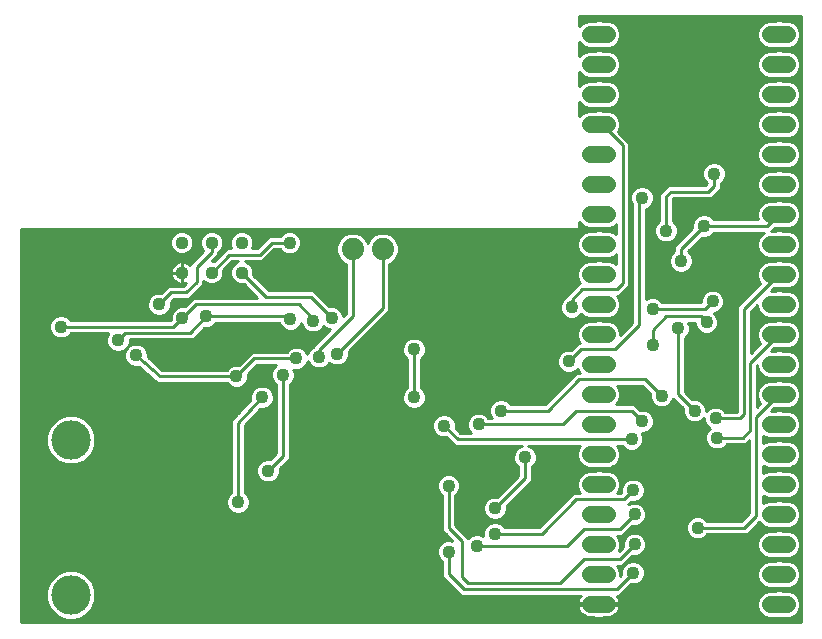
<source format=gbl>
G75*
%MOIN*%
%OFA0B0*%
%FSLAX25Y25*%
%IPPOS*%
%LPD*%
%AMOC8*
5,1,8,0,0,1.08239X$1,22.5*
%
%ADD10C,0.04400*%
%ADD11C,0.05550*%
%ADD12C,0.07400*%
%ADD13C,0.13100*%
%ADD14C,0.01000*%
%ADD15C,0.04362*%
D10*
X0078762Y0129928D03*
X0088762Y0129928D03*
X0098762Y0129928D03*
X0098762Y0139928D03*
X0088762Y0139928D03*
X0078762Y0139928D03*
D11*
X0214975Y0139365D02*
X0220525Y0139365D01*
X0220525Y0129365D02*
X0214975Y0129365D01*
X0214975Y0119365D02*
X0220525Y0119365D01*
X0220525Y0109365D02*
X0214975Y0109365D01*
X0214975Y0099365D02*
X0220525Y0099365D01*
X0220525Y0089365D02*
X0214975Y0089365D01*
X0214975Y0079365D02*
X0220525Y0079365D01*
X0220525Y0069365D02*
X0214975Y0069365D01*
X0214975Y0059365D02*
X0220525Y0059365D01*
X0220525Y0049365D02*
X0214975Y0049365D01*
X0214975Y0039365D02*
X0220525Y0039365D01*
X0220525Y0029365D02*
X0214975Y0029365D01*
X0214975Y0019365D02*
X0220525Y0019365D01*
X0274975Y0019365D02*
X0280525Y0019365D01*
X0280525Y0029365D02*
X0274975Y0029365D01*
X0274975Y0039365D02*
X0280525Y0039365D01*
X0280525Y0049365D02*
X0274975Y0049365D01*
X0274975Y0059365D02*
X0280525Y0059365D01*
X0280525Y0069365D02*
X0274975Y0069365D01*
X0274975Y0079365D02*
X0280525Y0079365D01*
X0280525Y0089365D02*
X0274975Y0089365D01*
X0274975Y0099365D02*
X0280525Y0099365D01*
X0280525Y0109365D02*
X0274975Y0109365D01*
X0274975Y0119365D02*
X0280525Y0119365D01*
X0280525Y0129365D02*
X0274975Y0129365D01*
X0274975Y0139365D02*
X0280525Y0139365D01*
X0280525Y0149365D02*
X0274975Y0149365D01*
X0274975Y0159365D02*
X0280525Y0159365D01*
X0280525Y0169365D02*
X0274975Y0169365D01*
X0274975Y0179365D02*
X0280525Y0179365D01*
X0280525Y0189365D02*
X0274975Y0189365D01*
X0274975Y0199365D02*
X0280525Y0199365D01*
X0280525Y0209365D02*
X0274975Y0209365D01*
X0220525Y0209365D02*
X0214975Y0209365D01*
X0214975Y0199365D02*
X0220525Y0199365D01*
X0220525Y0189365D02*
X0214975Y0189365D01*
X0214975Y0179365D02*
X0220525Y0179365D01*
X0220525Y0169365D02*
X0214975Y0169365D01*
X0214975Y0159365D02*
X0220525Y0159365D01*
X0220525Y0149365D02*
X0214975Y0149365D01*
D12*
X0145750Y0137865D03*
X0135750Y0137865D03*
D13*
X0041750Y0074215D03*
X0041750Y0022515D03*
D14*
X0025250Y0013365D02*
X0285250Y0013365D01*
X0025250Y0013365D01*
X0025250Y0144365D01*
X0211250Y0144365D01*
X0211250Y0146762D01*
X0212440Y0145572D01*
X0214085Y0144890D01*
X0216395Y0144890D01*
X0216824Y0144713D01*
X0218675Y0144713D01*
X0219105Y0144890D01*
X0221415Y0144890D01*
X0223060Y0145572D01*
X0223550Y0146062D01*
X0223550Y0142668D01*
X0223060Y0143159D01*
X0221415Y0143840D01*
X0219105Y0143840D01*
X0218675Y0144018D01*
X0216824Y0144018D01*
X0216395Y0143840D01*
X0214085Y0143840D01*
X0212440Y0143159D01*
X0211182Y0141900D01*
X0210500Y0140255D01*
X0210500Y0138475D01*
X0211182Y0136831D01*
X0212440Y0135572D01*
X0214085Y0134890D01*
X0216395Y0134890D01*
X0216824Y0134713D01*
X0218675Y0134713D01*
X0219105Y0134890D01*
X0221415Y0134890D01*
X0223060Y0135572D01*
X0223550Y0136062D01*
X0223550Y0132668D01*
X0223060Y0133159D01*
X0221415Y0133840D01*
X0219105Y0133840D01*
X0218675Y0134018D01*
X0216824Y0134018D01*
X0216395Y0133840D01*
X0214085Y0133840D01*
X0212440Y0133159D01*
X0211182Y0131900D01*
X0210500Y0130255D01*
X0210500Y0128475D01*
X0211182Y0126831D01*
X0211447Y0126565D01*
X0211339Y0126565D01*
X0210050Y0125277D01*
X0206550Y0121777D01*
X0206550Y0121654D01*
X0205460Y0120564D01*
X0204869Y0119137D01*
X0204869Y0117593D01*
X0205460Y0116167D01*
X0206552Y0115075D01*
X0207978Y0114484D01*
X0209522Y0114484D01*
X0210948Y0115075D01*
X0211943Y0116069D01*
X0212440Y0115572D01*
X0214085Y0114890D01*
X0216395Y0114890D01*
X0216824Y0114713D01*
X0218675Y0114713D01*
X0219105Y0114890D01*
X0221415Y0114890D01*
X0223060Y0115572D01*
X0224318Y0116831D01*
X0225000Y0118475D01*
X0225000Y0120255D01*
X0224318Y0121900D01*
X0224053Y0122165D01*
X0224661Y0122165D01*
X0226661Y0124165D01*
X0227950Y0125454D01*
X0227950Y0173277D01*
X0226661Y0174565D01*
X0224341Y0176885D01*
X0225000Y0178475D01*
X0225000Y0180255D01*
X0224318Y0181900D01*
X0223060Y0183159D01*
X0221415Y0183840D01*
X0219105Y0183840D01*
X0218675Y0184018D01*
X0216824Y0184018D01*
X0216395Y0183840D01*
X0214085Y0183840D01*
X0212440Y0183159D01*
X0211250Y0181968D01*
X0211250Y0186762D01*
X0212440Y0185572D01*
X0214085Y0184890D01*
X0216395Y0184890D01*
X0216824Y0184713D01*
X0218675Y0184713D01*
X0219105Y0184890D01*
X0221415Y0184890D01*
X0223060Y0185572D01*
X0224318Y0186831D01*
X0225000Y0188475D01*
X0225000Y0190255D01*
X0224318Y0191900D01*
X0223060Y0193159D01*
X0221415Y0193840D01*
X0219105Y0193840D01*
X0218675Y0194018D01*
X0216824Y0194018D01*
X0216395Y0193840D01*
X0214085Y0193840D01*
X0212440Y0193159D01*
X0211250Y0191968D01*
X0211250Y0196762D01*
X0212440Y0195572D01*
X0214085Y0194890D01*
X0216395Y0194890D01*
X0216824Y0194713D01*
X0218675Y0194713D01*
X0219105Y0194890D01*
X0221415Y0194890D01*
X0223060Y0195572D01*
X0224318Y0196831D01*
X0225000Y0198475D01*
X0225000Y0200255D01*
X0224318Y0201900D01*
X0223060Y0203159D01*
X0221415Y0203840D01*
X0219105Y0203840D01*
X0218675Y0204018D01*
X0216824Y0204018D01*
X0216395Y0203840D01*
X0214085Y0203840D01*
X0212440Y0203159D01*
X0211250Y0201968D01*
X0211250Y0206762D01*
X0212440Y0205572D01*
X0214085Y0204890D01*
X0216395Y0204890D01*
X0216824Y0204713D01*
X0218675Y0204713D01*
X0219105Y0204890D01*
X0221415Y0204890D01*
X0223060Y0205572D01*
X0224318Y0206831D01*
X0225000Y0208475D01*
X0225000Y0210255D01*
X0224318Y0211900D01*
X0223060Y0213159D01*
X0221415Y0213840D01*
X0219105Y0213840D01*
X0218675Y0214018D01*
X0216824Y0214018D01*
X0216395Y0213840D01*
X0214085Y0213840D01*
X0212440Y0213159D01*
X0211250Y0211968D01*
X0211250Y0215365D01*
X0285250Y0215365D01*
X0285250Y0013365D01*
X0285250Y0014364D02*
X0043629Y0014364D01*
X0043391Y0014265D02*
X0046423Y0015521D01*
X0048744Y0017842D01*
X0050000Y0020874D01*
X0050000Y0024156D01*
X0048744Y0027189D01*
X0046423Y0029509D01*
X0043391Y0030765D01*
X0040109Y0030765D01*
X0037077Y0029509D01*
X0034756Y0027189D01*
X0033500Y0024156D01*
X0033500Y0020874D01*
X0034756Y0017842D01*
X0037077Y0015521D01*
X0040109Y0014265D01*
X0043391Y0014265D01*
X0046039Y0015362D02*
X0213462Y0015362D01*
X0213334Y0015404D02*
X0213974Y0015196D01*
X0214639Y0015090D01*
X0215912Y0015090D01*
X0216824Y0014713D01*
X0218675Y0014713D01*
X0219588Y0015090D01*
X0220861Y0015090D01*
X0221526Y0015196D01*
X0222166Y0015404D01*
X0222765Y0015709D01*
X0223310Y0016105D01*
X0223785Y0016580D01*
X0224181Y0017125D01*
X0224486Y0017724D01*
X0224694Y0018364D01*
X0224800Y0019029D01*
X0224800Y0019078D01*
X0222403Y0019078D01*
X0222403Y0019653D01*
X0224800Y0019653D01*
X0224800Y0019702D01*
X0224694Y0020366D01*
X0224486Y0021006D01*
X0224181Y0021606D01*
X0223785Y0022150D01*
X0223770Y0022165D01*
X0224661Y0022165D01*
X0225950Y0023454D01*
X0228480Y0025984D01*
X0230022Y0025984D01*
X0231448Y0026575D01*
X0232540Y0027667D01*
X0233131Y0029093D01*
X0233131Y0030637D01*
X0232540Y0032064D01*
X0231448Y0033156D01*
X0230022Y0033746D01*
X0228478Y0033746D01*
X0227052Y0033156D01*
X0225960Y0032064D01*
X0225369Y0030637D01*
X0225369Y0029095D01*
X0225000Y0028726D01*
X0225000Y0030255D01*
X0224318Y0031900D01*
X0224053Y0032165D01*
X0225661Y0032165D01*
X0226950Y0033454D01*
X0228980Y0035484D01*
X0230522Y0035484D01*
X0231948Y0036075D01*
X0233040Y0037167D01*
X0233631Y0038593D01*
X0233631Y0040137D01*
X0233040Y0041564D01*
X0231948Y0042656D01*
X0230522Y0043246D01*
X0228978Y0043246D01*
X0227552Y0042656D01*
X0226460Y0041564D01*
X0225869Y0040137D01*
X0225869Y0038595D01*
X0224470Y0037196D01*
X0225000Y0038475D01*
X0225000Y0040255D01*
X0224318Y0041900D01*
X0224053Y0042165D01*
X0225661Y0042165D01*
X0228980Y0045484D01*
X0230522Y0045484D01*
X0231948Y0046075D01*
X0233040Y0047167D01*
X0233631Y0048593D01*
X0233631Y0050137D01*
X0233040Y0051564D01*
X0231948Y0052656D01*
X0230522Y0053246D01*
X0228978Y0053246D01*
X0227722Y0052726D01*
X0228450Y0053454D01*
X0228480Y0053484D01*
X0230022Y0053484D01*
X0231448Y0054075D01*
X0232540Y0055167D01*
X0233131Y0056593D01*
X0233131Y0058137D01*
X0232540Y0059564D01*
X0231448Y0060656D01*
X0230022Y0061246D01*
X0228478Y0061246D01*
X0227052Y0060656D01*
X0225960Y0059564D01*
X0225369Y0058137D01*
X0225369Y0056595D01*
X0225339Y0056565D01*
X0224053Y0056565D01*
X0224318Y0056831D01*
X0225000Y0058475D01*
X0225000Y0060255D01*
X0224318Y0061900D01*
X0223060Y0063159D01*
X0221415Y0063840D01*
X0219105Y0063840D01*
X0218675Y0064018D01*
X0216824Y0064018D01*
X0216395Y0063840D01*
X0214085Y0063840D01*
X0212440Y0063159D01*
X0211182Y0061900D01*
X0210500Y0060255D01*
X0210500Y0058475D01*
X0211182Y0056831D01*
X0211447Y0056565D01*
X0209339Y0056565D01*
X0197839Y0045065D01*
X0186539Y0045065D01*
X0185448Y0046156D01*
X0184022Y0046746D01*
X0182478Y0046746D01*
X0181052Y0046156D01*
X0179960Y0045064D01*
X0179369Y0043637D01*
X0179369Y0042188D01*
X0178022Y0042746D01*
X0176478Y0042746D01*
X0175052Y0042156D01*
X0174311Y0041415D01*
X0169950Y0045777D01*
X0169950Y0055577D01*
X0171040Y0056667D01*
X0171631Y0058093D01*
X0171631Y0059637D01*
X0171040Y0061064D01*
X0169948Y0062156D01*
X0168522Y0062746D01*
X0166978Y0062746D01*
X0165552Y0062156D01*
X0164460Y0061064D01*
X0163869Y0059637D01*
X0163869Y0058093D01*
X0164460Y0056667D01*
X0165550Y0055577D01*
X0165550Y0043954D01*
X0166839Y0042665D01*
X0168924Y0040580D01*
X0168522Y0040746D01*
X0166978Y0040746D01*
X0165552Y0040156D01*
X0164460Y0039064D01*
X0163869Y0037637D01*
X0163869Y0036093D01*
X0164460Y0034667D01*
X0165550Y0033577D01*
X0165550Y0028454D01*
X0166839Y0027165D01*
X0171839Y0022165D01*
X0211730Y0022165D01*
X0211715Y0022150D01*
X0211319Y0021606D01*
X0211014Y0021006D01*
X0210806Y0020366D01*
X0210700Y0019702D01*
X0210700Y0019653D01*
X0213097Y0019653D01*
X0213097Y0019078D01*
X0210700Y0019078D01*
X0210700Y0019029D01*
X0210806Y0018364D01*
X0211014Y0017724D01*
X0211319Y0017125D01*
X0211715Y0016580D01*
X0212190Y0016105D01*
X0212735Y0015709D01*
X0213334Y0015404D01*
X0211934Y0016361D02*
X0047263Y0016361D01*
X0048261Y0017359D02*
X0211200Y0017359D01*
X0210808Y0018358D02*
X0048958Y0018358D01*
X0049371Y0019356D02*
X0213097Y0019356D01*
X0210804Y0020355D02*
X0049785Y0020355D01*
X0050000Y0021353D02*
X0211190Y0021353D01*
X0204750Y0026365D02*
X0174250Y0026365D01*
X0172250Y0028365D01*
X0172250Y0040365D01*
X0167750Y0044865D01*
X0167750Y0058865D01*
X0164141Y0060295D02*
X0109089Y0060295D01*
X0109736Y0060563D02*
X0110828Y0061655D01*
X0111418Y0063081D01*
X0111418Y0064623D01*
X0114737Y0067942D01*
X0114737Y0092565D01*
X0115828Y0093655D01*
X0116418Y0095081D01*
X0116418Y0096625D01*
X0116027Y0097571D01*
X0116265Y0097472D01*
X0117809Y0097472D01*
X0119236Y0098063D01*
X0120328Y0099155D01*
X0120891Y0100515D01*
X0121247Y0099655D01*
X0122339Y0098563D01*
X0123765Y0097972D01*
X0125309Y0097972D01*
X0126736Y0098563D01*
X0127828Y0099655D01*
X0127951Y0099952D01*
X0128339Y0099563D01*
X0129765Y0098972D01*
X0131309Y0098972D01*
X0132736Y0099563D01*
X0133828Y0100655D01*
X0134418Y0102081D01*
X0134418Y0103623D01*
X0147950Y0117155D01*
X0147950Y0132932D01*
X0148809Y0133287D01*
X0150328Y0134806D01*
X0151150Y0136791D01*
X0151150Y0138939D01*
X0150328Y0140924D01*
X0148809Y0142443D01*
X0146824Y0143265D01*
X0144676Y0143265D01*
X0142691Y0142443D01*
X0141172Y0140924D01*
X0140750Y0139905D01*
X0140328Y0140924D01*
X0138809Y0142443D01*
X0136824Y0143265D01*
X0134676Y0143265D01*
X0132691Y0142443D01*
X0131172Y0140924D01*
X0130350Y0138939D01*
X0130350Y0136791D01*
X0131172Y0134806D01*
X0132691Y0133287D01*
X0133550Y0132932D01*
X0133550Y0116277D01*
X0132631Y0115358D01*
X0132631Y0115637D01*
X0132040Y0117064D01*
X0130948Y0118156D01*
X0129522Y0118746D01*
X0127980Y0118746D01*
X0123950Y0122777D01*
X0122661Y0124065D01*
X0107736Y0124065D01*
X0102658Y0129143D01*
X0102662Y0129153D01*
X0102662Y0130704D01*
X0102068Y0132137D01*
X0100971Y0133235D01*
X0099931Y0133665D01*
X0105661Y0133665D01*
X0109661Y0137665D01*
X0111461Y0137665D01*
X0112552Y0136575D01*
X0113978Y0135984D01*
X0115522Y0135984D01*
X0116948Y0136575D01*
X0118040Y0137667D01*
X0118631Y0139093D01*
X0118631Y0140637D01*
X0118040Y0142064D01*
X0116948Y0143156D01*
X0115522Y0143746D01*
X0113978Y0143746D01*
X0112552Y0143156D01*
X0111461Y0142065D01*
X0107839Y0142065D01*
X0106550Y0140777D01*
X0103839Y0138065D01*
X0102211Y0138065D01*
X0102662Y0139153D01*
X0102662Y0140704D01*
X0102068Y0142137D01*
X0100971Y0143235D01*
X0099538Y0143828D01*
X0097986Y0143828D01*
X0096553Y0143235D01*
X0095456Y0142137D01*
X0094862Y0140704D01*
X0094862Y0139153D01*
X0095312Y0138065D01*
X0093788Y0138065D01*
X0092499Y0136777D01*
X0089547Y0133824D01*
X0089538Y0133828D01*
X0088824Y0133828D01*
X0090962Y0135966D01*
X0090962Y0136618D01*
X0090971Y0136622D01*
X0092068Y0137719D01*
X0092662Y0139153D01*
X0092662Y0140704D01*
X0092068Y0142137D01*
X0090971Y0143235D01*
X0089538Y0143828D01*
X0087986Y0143828D01*
X0086553Y0143235D01*
X0085456Y0142137D01*
X0084862Y0140704D01*
X0084862Y0139153D01*
X0085456Y0137719D01*
X0085974Y0137201D01*
X0082839Y0134065D01*
X0081550Y0132777D01*
X0081550Y0132373D01*
X0081120Y0132802D01*
X0080514Y0133207D01*
X0079841Y0133486D01*
X0079126Y0133628D01*
X0078762Y0133628D01*
X0078762Y0129928D01*
X0078762Y0126228D01*
X0079126Y0126228D01*
X0079841Y0126370D01*
X0080358Y0126585D01*
X0079339Y0125565D01*
X0074339Y0125565D01*
X0072020Y0123246D01*
X0070478Y0123246D01*
X0069052Y0122656D01*
X0067960Y0121564D01*
X0067369Y0120137D01*
X0067369Y0118593D01*
X0067960Y0117167D01*
X0069052Y0116075D01*
X0070478Y0115484D01*
X0072022Y0115484D01*
X0073448Y0116075D01*
X0074540Y0117167D01*
X0075131Y0118593D01*
X0075131Y0120135D01*
X0076161Y0121165D01*
X0081161Y0121165D01*
X0082450Y0122454D01*
X0085950Y0125954D01*
X0085950Y0127225D01*
X0086553Y0126622D01*
X0087986Y0126028D01*
X0089538Y0126028D01*
X0090971Y0126622D01*
X0092068Y0127719D01*
X0092662Y0129153D01*
X0092662Y0130704D01*
X0092658Y0130713D01*
X0095610Y0133665D01*
X0097593Y0133665D01*
X0096553Y0133235D01*
X0095456Y0132137D01*
X0094862Y0130704D01*
X0094862Y0129153D01*
X0095456Y0127719D01*
X0096553Y0126622D01*
X0097986Y0126028D01*
X0099538Y0126028D01*
X0099547Y0126032D01*
X0104025Y0121553D01*
X0082626Y0121553D01*
X0081337Y0120265D01*
X0079807Y0118735D01*
X0078265Y0118735D01*
X0076839Y0118144D01*
X0075747Y0117052D01*
X0075156Y0115625D01*
X0075156Y0114084D01*
X0075126Y0114053D01*
X0041826Y0114053D01*
X0040736Y0115144D01*
X0039309Y0115735D01*
X0037765Y0115735D01*
X0036339Y0115144D01*
X0035247Y0114052D01*
X0034656Y0112625D01*
X0034656Y0111081D01*
X0035247Y0109655D01*
X0036339Y0108563D01*
X0037765Y0107972D01*
X0039309Y0107972D01*
X0040736Y0108563D01*
X0041826Y0109653D01*
X0054349Y0109653D01*
X0054247Y0109552D01*
X0053656Y0108125D01*
X0053656Y0106581D01*
X0054247Y0105155D01*
X0055339Y0104063D01*
X0056765Y0103472D01*
X0058309Y0103472D01*
X0059736Y0104063D01*
X0060828Y0105155D01*
X0061418Y0106581D01*
X0061418Y0107653D01*
X0082449Y0107653D01*
X0083737Y0108942D01*
X0086268Y0111472D01*
X0087809Y0111472D01*
X0089236Y0112063D01*
X0090326Y0113153D01*
X0111334Y0113153D01*
X0111747Y0112155D01*
X0112839Y0111063D01*
X0114265Y0110472D01*
X0115809Y0110472D01*
X0117236Y0111063D01*
X0118328Y0112155D01*
X0118684Y0113015D01*
X0119247Y0111655D01*
X0120339Y0110563D01*
X0121765Y0109972D01*
X0123309Y0109972D01*
X0124736Y0110563D01*
X0125828Y0111655D01*
X0126016Y0112110D01*
X0126552Y0111575D01*
X0127978Y0110984D01*
X0128258Y0110984D01*
X0123626Y0106353D01*
X0122472Y0105199D01*
X0122339Y0105144D01*
X0121247Y0104052D01*
X0120684Y0102692D01*
X0120328Y0103552D01*
X0119236Y0104644D01*
X0117809Y0105235D01*
X0116265Y0105235D01*
X0114839Y0104644D01*
X0113749Y0103553D01*
X0102126Y0103553D01*
X0097807Y0099235D01*
X0096265Y0099235D01*
X0094839Y0098644D01*
X0093749Y0097553D01*
X0072364Y0097553D01*
X0067418Y0101881D01*
X0067418Y0103125D01*
X0066828Y0104552D01*
X0065736Y0105644D01*
X0064309Y0106235D01*
X0062765Y0106235D01*
X0061339Y0105644D01*
X0060247Y0104552D01*
X0059656Y0103125D01*
X0059656Y0101581D01*
X0060247Y0100155D01*
X0061339Y0099063D01*
X0062765Y0098472D01*
X0064309Y0098472D01*
X0064528Y0098563D01*
X0070034Y0093746D01*
X0070626Y0093153D01*
X0070711Y0093153D01*
X0070774Y0093098D01*
X0071611Y0093153D01*
X0093749Y0093153D01*
X0094839Y0092063D01*
X0096265Y0091472D01*
X0097809Y0091472D01*
X0099236Y0092063D01*
X0100328Y0093155D01*
X0100918Y0094581D01*
X0100918Y0096123D01*
X0103949Y0099153D01*
X0110363Y0099153D01*
X0110339Y0099144D01*
X0109247Y0098052D01*
X0108656Y0096625D01*
X0108656Y0095081D01*
X0109247Y0093655D01*
X0110337Y0092565D01*
X0110337Y0069765D01*
X0108307Y0067735D01*
X0106765Y0067735D01*
X0105339Y0067144D01*
X0104247Y0066052D01*
X0103656Y0064625D01*
X0103656Y0063081D01*
X0104247Y0061655D01*
X0105339Y0060563D01*
X0106765Y0059972D01*
X0108309Y0059972D01*
X0109736Y0060563D01*
X0110466Y0061294D02*
X0164690Y0061294D01*
X0165882Y0062292D02*
X0111092Y0062292D01*
X0111418Y0063291D02*
X0191050Y0063291D01*
X0191050Y0064289D02*
X0111418Y0064289D01*
X0112083Y0065288D02*
X0190839Y0065288D01*
X0191050Y0065077D02*
X0191050Y0062277D01*
X0184020Y0055246D01*
X0182478Y0055246D01*
X0181052Y0054656D01*
X0179960Y0053564D01*
X0179369Y0052137D01*
X0179369Y0050593D01*
X0179960Y0049167D01*
X0181052Y0048075D01*
X0182478Y0047484D01*
X0184022Y0047484D01*
X0185448Y0048075D01*
X0186540Y0049167D01*
X0187131Y0050593D01*
X0187131Y0052135D01*
X0195450Y0060454D01*
X0195450Y0065077D01*
X0196540Y0066167D01*
X0197131Y0067593D01*
X0197131Y0069137D01*
X0196540Y0070564D01*
X0195448Y0071656D01*
X0194218Y0072165D01*
X0211447Y0072165D01*
X0211182Y0071900D01*
X0210500Y0070255D01*
X0210500Y0068475D01*
X0211182Y0066831D01*
X0212440Y0065572D01*
X0214085Y0064890D01*
X0216395Y0064890D01*
X0216824Y0064713D01*
X0218675Y0064713D01*
X0219105Y0064890D01*
X0221415Y0064890D01*
X0223060Y0065572D01*
X0224318Y0066831D01*
X0225000Y0068475D01*
X0225000Y0070255D01*
X0224318Y0071900D01*
X0224053Y0072165D01*
X0225461Y0072165D01*
X0226552Y0071075D01*
X0227978Y0070484D01*
X0229522Y0070484D01*
X0230948Y0071075D01*
X0232040Y0072167D01*
X0232631Y0073593D01*
X0232631Y0075137D01*
X0232073Y0076484D01*
X0233022Y0076484D01*
X0234448Y0077075D01*
X0235540Y0078167D01*
X0236131Y0079593D01*
X0236131Y0081137D01*
X0235540Y0082564D01*
X0234448Y0083656D01*
X0233022Y0084246D01*
X0231480Y0084246D01*
X0230950Y0084777D01*
X0229661Y0086065D01*
X0223553Y0086065D01*
X0224318Y0086831D01*
X0225000Y0088475D01*
X0225000Y0090255D01*
X0224318Y0091900D01*
X0224053Y0092165D01*
X0232339Y0092165D01*
X0234869Y0089635D01*
X0234869Y0088093D01*
X0235460Y0086667D01*
X0236552Y0085575D01*
X0237978Y0084984D01*
X0239522Y0084984D01*
X0240948Y0085575D01*
X0242040Y0086667D01*
X0242567Y0087937D01*
X0245869Y0084635D01*
X0245869Y0083093D01*
X0246460Y0081667D01*
X0247552Y0080575D01*
X0248978Y0079984D01*
X0250522Y0079984D01*
X0251948Y0080575D01*
X0252869Y0081495D01*
X0252869Y0080593D01*
X0253460Y0079167D01*
X0254552Y0078075D01*
X0254848Y0077952D01*
X0253960Y0077064D01*
X0253369Y0075637D01*
X0253369Y0074093D01*
X0253960Y0072667D01*
X0255052Y0071575D01*
X0256478Y0070984D01*
X0258022Y0070984D01*
X0259448Y0071575D01*
X0260539Y0072665D01*
X0266661Y0072665D01*
X0267950Y0073954D01*
X0268050Y0074054D01*
X0268050Y0049777D01*
X0265339Y0047065D01*
X0254039Y0047065D01*
X0252948Y0048156D01*
X0251522Y0048746D01*
X0249978Y0048746D01*
X0248552Y0048156D01*
X0247460Y0047064D01*
X0246869Y0045637D01*
X0246869Y0044093D01*
X0247460Y0042667D01*
X0248552Y0041575D01*
X0249978Y0040984D01*
X0251522Y0040984D01*
X0252948Y0041575D01*
X0254039Y0042665D01*
X0267161Y0042665D01*
X0268450Y0043954D01*
X0271254Y0046758D01*
X0272440Y0045572D01*
X0274085Y0044890D01*
X0276395Y0044890D01*
X0276824Y0044713D01*
X0278675Y0044713D01*
X0279105Y0044890D01*
X0281415Y0044890D01*
X0283060Y0045572D01*
X0284318Y0046831D01*
X0285000Y0048475D01*
X0285000Y0050255D01*
X0284318Y0051900D01*
X0283060Y0053159D01*
X0281415Y0053840D01*
X0279105Y0053840D01*
X0278675Y0054018D01*
X0276824Y0054018D01*
X0276395Y0053840D01*
X0274085Y0053840D01*
X0272450Y0053163D01*
X0272450Y0055568D01*
X0274085Y0054890D01*
X0276395Y0054890D01*
X0276824Y0054713D01*
X0278675Y0054713D01*
X0279105Y0054890D01*
X0281415Y0054890D01*
X0283060Y0055572D01*
X0284318Y0056831D01*
X0285000Y0058475D01*
X0285000Y0060255D01*
X0284318Y0061900D01*
X0283060Y0063159D01*
X0281415Y0063840D01*
X0279105Y0063840D01*
X0278675Y0064018D01*
X0276824Y0064018D01*
X0276395Y0063840D01*
X0274085Y0063840D01*
X0272450Y0063163D01*
X0272450Y0065568D01*
X0274085Y0064890D01*
X0276395Y0064890D01*
X0276824Y0064713D01*
X0278675Y0064713D01*
X0279105Y0064890D01*
X0281415Y0064890D01*
X0283060Y0065572D01*
X0284318Y0066831D01*
X0285000Y0068475D01*
X0285000Y0070255D01*
X0284318Y0071900D01*
X0283060Y0073159D01*
X0281415Y0073840D01*
X0279105Y0073840D01*
X0278675Y0074018D01*
X0276824Y0074018D01*
X0276395Y0073840D01*
X0274085Y0073840D01*
X0272450Y0073163D01*
X0272450Y0075568D01*
X0274085Y0074890D01*
X0276395Y0074890D01*
X0276824Y0074713D01*
X0278675Y0074713D01*
X0279105Y0074890D01*
X0281415Y0074890D01*
X0283060Y0075572D01*
X0284318Y0076831D01*
X0285000Y0078475D01*
X0285000Y0080255D01*
X0284318Y0081900D01*
X0283060Y0083159D01*
X0281415Y0083840D01*
X0279105Y0083840D01*
X0278675Y0084018D01*
X0276824Y0084018D01*
X0276395Y0083840D01*
X0275336Y0083840D01*
X0276386Y0084890D01*
X0276395Y0084890D01*
X0276824Y0084713D01*
X0278675Y0084713D01*
X0279105Y0084890D01*
X0281415Y0084890D01*
X0283060Y0085572D01*
X0284318Y0086831D01*
X0285000Y0088475D01*
X0285000Y0090255D01*
X0284318Y0091900D01*
X0283060Y0093159D01*
X0281415Y0093840D01*
X0279105Y0093840D01*
X0278675Y0094018D01*
X0276824Y0094018D01*
X0276395Y0093840D01*
X0274085Y0093840D01*
X0272440Y0093159D01*
X0271182Y0091900D01*
X0270500Y0090255D01*
X0270500Y0088475D01*
X0271182Y0086831D01*
X0271643Y0086369D01*
X0270450Y0085177D01*
X0270450Y0098954D01*
X0270500Y0099004D01*
X0270500Y0098475D01*
X0271182Y0096831D01*
X0272440Y0095572D01*
X0274085Y0094890D01*
X0276395Y0094890D01*
X0276824Y0094713D01*
X0278675Y0094713D01*
X0279105Y0094890D01*
X0281415Y0094890D01*
X0283060Y0095572D01*
X0284318Y0096831D01*
X0285000Y0098475D01*
X0285000Y0100255D01*
X0284318Y0101900D01*
X0283060Y0103159D01*
X0281415Y0103840D01*
X0279105Y0103840D01*
X0278675Y0104018D01*
X0276824Y0104018D01*
X0276395Y0103840D01*
X0275336Y0103840D01*
X0276386Y0104890D01*
X0276395Y0104890D01*
X0276824Y0104713D01*
X0278675Y0104713D01*
X0279105Y0104890D01*
X0281415Y0104890D01*
X0283060Y0105572D01*
X0284318Y0106831D01*
X0285000Y0108475D01*
X0285000Y0110255D01*
X0284318Y0111900D01*
X0283060Y0113159D01*
X0281415Y0113840D01*
X0279105Y0113840D01*
X0278675Y0114018D01*
X0276824Y0114018D01*
X0276395Y0113840D01*
X0274085Y0113840D01*
X0272440Y0113159D01*
X0271182Y0111900D01*
X0270500Y0110255D01*
X0270500Y0108475D01*
X0271182Y0106831D01*
X0271643Y0106369D01*
X0268450Y0103177D01*
X0268450Y0116954D01*
X0270500Y0119004D01*
X0270500Y0118475D01*
X0271182Y0116831D01*
X0272440Y0115572D01*
X0274085Y0114890D01*
X0276395Y0114890D01*
X0276824Y0114713D01*
X0278675Y0114713D01*
X0279105Y0114890D01*
X0281415Y0114890D01*
X0283060Y0115572D01*
X0284318Y0116831D01*
X0285000Y0118475D01*
X0285000Y0120255D01*
X0284318Y0121900D01*
X0283060Y0123159D01*
X0281415Y0123840D01*
X0279105Y0123840D01*
X0278675Y0124018D01*
X0276824Y0124018D01*
X0276395Y0123840D01*
X0275336Y0123840D01*
X0276386Y0124890D01*
X0276395Y0124890D01*
X0276824Y0124713D01*
X0278675Y0124713D01*
X0279105Y0124890D01*
X0281415Y0124890D01*
X0283060Y0125572D01*
X0284318Y0126831D01*
X0285000Y0128475D01*
X0285000Y0130255D01*
X0284318Y0131900D01*
X0283060Y0133159D01*
X0281415Y0133840D01*
X0279105Y0133840D01*
X0278675Y0134018D01*
X0276824Y0134018D01*
X0276395Y0133840D01*
X0274085Y0133840D01*
X0272440Y0133159D01*
X0271182Y0131900D01*
X0270500Y0130255D01*
X0270500Y0128475D01*
X0271182Y0126831D01*
X0271643Y0126369D01*
X0264050Y0118777D01*
X0264050Y0083777D01*
X0263839Y0083565D01*
X0260039Y0083565D01*
X0258948Y0084656D01*
X0257522Y0085246D01*
X0255978Y0085246D01*
X0254552Y0084656D01*
X0253631Y0083735D01*
X0253631Y0084637D01*
X0253040Y0086064D01*
X0251948Y0087156D01*
X0250522Y0087746D01*
X0248980Y0087746D01*
X0246450Y0090277D01*
X0246450Y0108077D01*
X0247540Y0109167D01*
X0248131Y0110593D01*
X0248131Y0112137D01*
X0247705Y0113165D01*
X0249869Y0113165D01*
X0249869Y0112593D01*
X0250460Y0111167D01*
X0251552Y0110075D01*
X0252978Y0109484D01*
X0254522Y0109484D01*
X0255948Y0110075D01*
X0257040Y0111167D01*
X0257631Y0112593D01*
X0257631Y0114137D01*
X0257040Y0115564D01*
X0256120Y0116484D01*
X0256522Y0116484D01*
X0257948Y0117075D01*
X0259040Y0118167D01*
X0259631Y0119593D01*
X0259631Y0121137D01*
X0259040Y0122564D01*
X0257948Y0123656D01*
X0256522Y0124246D01*
X0254978Y0124246D01*
X0253552Y0123656D01*
X0252460Y0122564D01*
X0251869Y0121137D01*
X0251869Y0120065D01*
X0239039Y0120065D01*
X0237948Y0121156D01*
X0236522Y0121746D01*
X0234978Y0121746D01*
X0233552Y0121156D01*
X0233450Y0121054D01*
X0233450Y0151161D01*
X0234448Y0151575D01*
X0235540Y0152667D01*
X0236131Y0154093D01*
X0236131Y0155637D01*
X0235540Y0157064D01*
X0234448Y0158156D01*
X0233022Y0158746D01*
X0231478Y0158746D01*
X0230052Y0158156D01*
X0228960Y0157064D01*
X0228369Y0155637D01*
X0228369Y0154093D01*
X0228960Y0152667D01*
X0229050Y0152577D01*
X0229050Y0113277D01*
X0225000Y0109226D01*
X0225000Y0110255D01*
X0224318Y0111900D01*
X0223060Y0113159D01*
X0221415Y0113840D01*
X0219105Y0113840D01*
X0218675Y0114018D01*
X0216824Y0114018D01*
X0216395Y0113840D01*
X0214085Y0113840D01*
X0212440Y0113159D01*
X0211182Y0111900D01*
X0210500Y0110255D01*
X0210500Y0108475D01*
X0211182Y0106831D01*
X0211447Y0106565D01*
X0210839Y0106565D01*
X0209550Y0105277D01*
X0208520Y0104246D01*
X0206978Y0104246D01*
X0205552Y0103656D01*
X0204460Y0102564D01*
X0203869Y0101137D01*
X0203869Y0099593D01*
X0204460Y0098167D01*
X0205552Y0097075D01*
X0206978Y0096484D01*
X0208522Y0096484D01*
X0209948Y0097075D01*
X0210749Y0097875D01*
X0211182Y0096831D01*
X0211447Y0096565D01*
X0210339Y0096565D01*
X0199839Y0086065D01*
X0188539Y0086065D01*
X0187448Y0087156D01*
X0186022Y0087746D01*
X0184478Y0087746D01*
X0183052Y0087156D01*
X0181960Y0086064D01*
X0181369Y0084637D01*
X0181369Y0083093D01*
X0181960Y0081667D01*
X0182061Y0081565D01*
X0181039Y0081565D01*
X0179948Y0082656D01*
X0178522Y0083246D01*
X0176978Y0083246D01*
X0175552Y0082656D01*
X0174460Y0081564D01*
X0173869Y0080137D01*
X0173869Y0078593D01*
X0174460Y0077167D01*
X0175061Y0076565D01*
X0171661Y0076565D01*
X0170131Y0078095D01*
X0170131Y0079637D01*
X0169540Y0081064D01*
X0168448Y0082156D01*
X0167022Y0082746D01*
X0165478Y0082746D01*
X0164052Y0082156D01*
X0162960Y0081064D01*
X0162369Y0079637D01*
X0162369Y0078093D01*
X0162960Y0076667D01*
X0164052Y0075575D01*
X0165478Y0074984D01*
X0167020Y0074984D01*
X0169839Y0072165D01*
X0192282Y0072165D01*
X0191052Y0071656D01*
X0189960Y0070564D01*
X0189369Y0069137D01*
X0189369Y0067593D01*
X0189960Y0066167D01*
X0191050Y0065077D01*
X0189910Y0066286D02*
X0113082Y0066286D01*
X0114080Y0067285D02*
X0189497Y0067285D01*
X0189369Y0068283D02*
X0114737Y0068283D01*
X0114737Y0069282D02*
X0189429Y0069282D01*
X0189842Y0070280D02*
X0114737Y0070280D01*
X0114737Y0071279D02*
X0190675Y0071279D01*
X0193250Y0068365D02*
X0193250Y0061365D01*
X0183250Y0051365D01*
X0179369Y0051309D02*
X0169950Y0051309D01*
X0169950Y0052307D02*
X0179439Y0052307D01*
X0179853Y0053306D02*
X0169950Y0053306D01*
X0169950Y0054304D02*
X0180700Y0054304D01*
X0179486Y0050310D02*
X0169950Y0050310D01*
X0169950Y0049312D02*
X0179900Y0049312D01*
X0180813Y0048313D02*
X0169950Y0048313D01*
X0169950Y0047315D02*
X0200088Y0047315D01*
X0201087Y0048313D02*
X0185687Y0048313D01*
X0186600Y0049312D02*
X0202085Y0049312D01*
X0203084Y0050310D02*
X0187014Y0050310D01*
X0187131Y0051309D02*
X0204082Y0051309D01*
X0205081Y0052307D02*
X0187303Y0052307D01*
X0188302Y0053306D02*
X0206079Y0053306D01*
X0207078Y0054304D02*
X0189300Y0054304D01*
X0190299Y0055303D02*
X0208076Y0055303D01*
X0209075Y0056301D02*
X0191297Y0056301D01*
X0192296Y0057300D02*
X0210987Y0057300D01*
X0210574Y0058298D02*
X0193294Y0058298D01*
X0194293Y0059297D02*
X0210500Y0059297D01*
X0210517Y0060295D02*
X0195291Y0060295D01*
X0195450Y0061294D02*
X0210931Y0061294D01*
X0211574Y0062292D02*
X0195450Y0062292D01*
X0195450Y0063291D02*
X0212759Y0063291D01*
X0213126Y0065288D02*
X0195661Y0065288D01*
X0195450Y0064289D02*
X0268050Y0064289D01*
X0268050Y0063291D02*
X0222741Y0063291D01*
X0223926Y0062292D02*
X0268050Y0062292D01*
X0268050Y0061294D02*
X0224569Y0061294D01*
X0224983Y0060295D02*
X0226691Y0060295D01*
X0225849Y0059297D02*
X0225000Y0059297D01*
X0224926Y0058298D02*
X0225436Y0058298D01*
X0225369Y0057300D02*
X0224513Y0057300D01*
X0226250Y0054365D02*
X0229250Y0057365D01*
X0231809Y0060295D02*
X0268050Y0060295D01*
X0268050Y0059297D02*
X0232651Y0059297D01*
X0233064Y0058298D02*
X0268050Y0058298D01*
X0268050Y0057300D02*
X0233131Y0057300D01*
X0233010Y0056301D02*
X0268050Y0056301D01*
X0268050Y0055303D02*
X0232597Y0055303D01*
X0231678Y0054304D02*
X0268050Y0054304D01*
X0268050Y0053306D02*
X0228302Y0053306D01*
X0226250Y0054365D02*
X0210250Y0054365D01*
X0198750Y0042865D01*
X0183250Y0042865D01*
X0179651Y0044319D02*
X0171407Y0044319D01*
X0170409Y0045318D02*
X0180214Y0045318D01*
X0181439Y0046316D02*
X0169950Y0046316D01*
X0172406Y0043321D02*
X0179369Y0043321D01*
X0179369Y0042322D02*
X0179046Y0042322D01*
X0175454Y0042322D02*
X0173404Y0042322D01*
X0177250Y0038865D02*
X0207250Y0038865D01*
X0212750Y0044365D01*
X0224750Y0044365D01*
X0229750Y0049365D01*
X0233631Y0049312D02*
X0267585Y0049312D01*
X0268050Y0050310D02*
X0233559Y0050310D01*
X0233146Y0051309D02*
X0268050Y0051309D01*
X0268050Y0052307D02*
X0232297Y0052307D01*
X0233515Y0048313D02*
X0248932Y0048313D01*
X0247711Y0047315D02*
X0233101Y0047315D01*
X0232190Y0046316D02*
X0247150Y0046316D01*
X0246869Y0045318D02*
X0228814Y0045318D01*
X0227815Y0044319D02*
X0246869Y0044319D01*
X0247189Y0043321D02*
X0226817Y0043321D01*
X0227218Y0042322D02*
X0225818Y0042322D01*
X0226360Y0041324D02*
X0224557Y0041324D01*
X0224971Y0040325D02*
X0225947Y0040325D01*
X0225869Y0039327D02*
X0225000Y0039327D01*
X0224939Y0038328D02*
X0225602Y0038328D01*
X0224603Y0037330D02*
X0224525Y0037330D01*
X0228829Y0035333D02*
X0273018Y0035333D01*
X0272440Y0035572D02*
X0274085Y0034890D01*
X0276395Y0034890D01*
X0276824Y0034713D01*
X0278675Y0034713D01*
X0279105Y0034890D01*
X0281415Y0034890D01*
X0283060Y0035572D01*
X0284318Y0036831D01*
X0285000Y0038475D01*
X0285000Y0040255D01*
X0284318Y0041900D01*
X0283060Y0043159D01*
X0281415Y0043840D01*
X0279105Y0043840D01*
X0278675Y0044018D01*
X0276824Y0044018D01*
X0276395Y0043840D01*
X0274085Y0043840D01*
X0272440Y0043159D01*
X0271182Y0041900D01*
X0270500Y0040255D01*
X0270500Y0038475D01*
X0271182Y0036831D01*
X0272440Y0035572D01*
X0271681Y0036331D02*
X0232204Y0036331D01*
X0233108Y0037330D02*
X0270975Y0037330D01*
X0270561Y0038328D02*
X0233521Y0038328D01*
X0233631Y0039327D02*
X0270500Y0039327D01*
X0270529Y0040325D02*
X0233553Y0040325D01*
X0233140Y0041324D02*
X0249159Y0041324D01*
X0247804Y0042322D02*
X0232282Y0042322D01*
X0229750Y0039365D02*
X0224750Y0034365D01*
X0212750Y0034365D01*
X0204750Y0026365D01*
X0222403Y0019356D02*
X0270500Y0019356D01*
X0270500Y0018475D02*
X0271182Y0016831D01*
X0272440Y0015572D01*
X0274085Y0014890D01*
X0276395Y0014890D01*
X0276824Y0014713D01*
X0278675Y0014713D01*
X0279105Y0014890D01*
X0281415Y0014890D01*
X0283060Y0015572D01*
X0284318Y0016831D01*
X0285000Y0018475D01*
X0285000Y0020255D01*
X0284318Y0021900D01*
X0283060Y0023159D01*
X0281415Y0023840D01*
X0279105Y0023840D01*
X0278675Y0024018D01*
X0276824Y0024018D01*
X0276395Y0023840D01*
X0274085Y0023840D01*
X0272440Y0023159D01*
X0271182Y0021900D01*
X0270500Y0020255D01*
X0270500Y0018475D01*
X0270549Y0018358D02*
X0224692Y0018358D01*
X0224300Y0017359D02*
X0270963Y0017359D01*
X0271651Y0016361D02*
X0223566Y0016361D01*
X0222038Y0015362D02*
X0272946Y0015362D01*
X0270542Y0020355D02*
X0224696Y0020355D01*
X0224310Y0021353D02*
X0270955Y0021353D01*
X0271633Y0022352D02*
X0224848Y0022352D01*
X0225846Y0023350D02*
X0272903Y0023350D01*
X0274085Y0024890D02*
X0272440Y0025572D01*
X0271182Y0026831D01*
X0270500Y0028475D01*
X0270500Y0030255D01*
X0271182Y0031900D01*
X0272440Y0033159D01*
X0274085Y0033840D01*
X0276395Y0033840D01*
X0276824Y0034018D01*
X0278675Y0034018D01*
X0279105Y0033840D01*
X0281415Y0033840D01*
X0283060Y0033159D01*
X0284318Y0031900D01*
X0285000Y0030255D01*
X0285000Y0028475D01*
X0284318Y0026831D01*
X0283060Y0025572D01*
X0281415Y0024890D01*
X0279105Y0024890D01*
X0278675Y0024713D01*
X0276824Y0024713D01*
X0276395Y0024890D01*
X0274085Y0024890D01*
X0272982Y0025347D02*
X0227843Y0025347D01*
X0226845Y0024349D02*
X0285250Y0024349D01*
X0285250Y0025347D02*
X0282518Y0025347D01*
X0283834Y0026346D02*
X0285250Y0026346D01*
X0285250Y0027344D02*
X0284531Y0027344D01*
X0284945Y0028343D02*
X0285250Y0028343D01*
X0285250Y0029341D02*
X0285000Y0029341D01*
X0284965Y0030340D02*
X0285250Y0030340D01*
X0285250Y0031338D02*
X0284551Y0031338D01*
X0283881Y0032337D02*
X0285250Y0032337D01*
X0285250Y0033336D02*
X0282633Y0033336D01*
X0282482Y0035333D02*
X0285250Y0035333D01*
X0285250Y0036331D02*
X0283819Y0036331D01*
X0284525Y0037330D02*
X0285250Y0037330D01*
X0285250Y0038328D02*
X0284939Y0038328D01*
X0285000Y0039327D02*
X0285250Y0039327D01*
X0285250Y0040325D02*
X0284971Y0040325D01*
X0285250Y0041324D02*
X0284557Y0041324D01*
X0283896Y0042322D02*
X0285250Y0042322D01*
X0285250Y0043321D02*
X0282669Y0043321D01*
X0282446Y0045318D02*
X0285250Y0045318D01*
X0285250Y0046316D02*
X0283804Y0046316D01*
X0284519Y0047315D02*
X0285250Y0047315D01*
X0285250Y0048313D02*
X0284932Y0048313D01*
X0285000Y0049312D02*
X0285250Y0049312D01*
X0285250Y0050310D02*
X0284977Y0050310D01*
X0285250Y0051309D02*
X0284563Y0051309D01*
X0283911Y0052307D02*
X0285250Y0052307D01*
X0285250Y0053306D02*
X0282705Y0053306D01*
X0282410Y0055303D02*
X0285250Y0055303D01*
X0285250Y0056301D02*
X0283789Y0056301D01*
X0284513Y0057300D02*
X0285250Y0057300D01*
X0285250Y0058298D02*
X0284926Y0058298D01*
X0285000Y0059297D02*
X0285250Y0059297D01*
X0285250Y0060295D02*
X0284983Y0060295D01*
X0285250Y0061294D02*
X0284569Y0061294D01*
X0283926Y0062292D02*
X0285250Y0062292D01*
X0285250Y0063291D02*
X0282741Y0063291D01*
X0282374Y0065288D02*
X0285250Y0065288D01*
X0285250Y0066286D02*
X0283774Y0066286D01*
X0284507Y0067285D02*
X0285250Y0067285D01*
X0285250Y0068283D02*
X0284920Y0068283D01*
X0285000Y0069282D02*
X0285250Y0069282D01*
X0285250Y0070280D02*
X0284989Y0070280D01*
X0285250Y0071279D02*
X0284576Y0071279D01*
X0283941Y0072277D02*
X0285250Y0072277D01*
X0285250Y0073276D02*
X0282777Y0073276D01*
X0282338Y0075273D02*
X0285250Y0075273D01*
X0285250Y0076272D02*
X0283759Y0076272D01*
X0284500Y0077270D02*
X0285250Y0077270D01*
X0285250Y0078269D02*
X0284914Y0078269D01*
X0285000Y0079267D02*
X0285250Y0079267D01*
X0285250Y0080266D02*
X0284995Y0080266D01*
X0285250Y0081264D02*
X0284582Y0081264D01*
X0283956Y0082263D02*
X0285250Y0082263D01*
X0285250Y0083261D02*
X0282813Y0083261D01*
X0282302Y0085258D02*
X0285250Y0085258D01*
X0285250Y0084260D02*
X0275756Y0084260D01*
X0271530Y0086257D02*
X0270450Y0086257D01*
X0270450Y0087255D02*
X0271006Y0087255D01*
X0270592Y0088254D02*
X0270450Y0088254D01*
X0270450Y0089252D02*
X0270500Y0089252D01*
X0270500Y0090251D02*
X0270450Y0090251D01*
X0270450Y0091249D02*
X0270912Y0091249D01*
X0270450Y0092248D02*
X0271529Y0092248D01*
X0270450Y0093246D02*
X0272651Y0093246D01*
X0273234Y0095243D02*
X0270450Y0095243D01*
X0270450Y0094245D02*
X0285250Y0094245D01*
X0285250Y0095243D02*
X0282266Y0095243D01*
X0283730Y0096242D02*
X0285250Y0096242D01*
X0285250Y0097240D02*
X0284488Y0097240D01*
X0284902Y0098239D02*
X0285250Y0098239D01*
X0285250Y0099237D02*
X0285000Y0099237D01*
X0285000Y0100236D02*
X0285250Y0100236D01*
X0285250Y0101234D02*
X0284594Y0101234D01*
X0283986Y0102233D02*
X0285250Y0102233D01*
X0285250Y0103231D02*
X0282885Y0103231D01*
X0282231Y0105228D02*
X0285250Y0105228D01*
X0285250Y0104230D02*
X0275726Y0104230D01*
X0271500Y0106227D02*
X0268450Y0106227D01*
X0268450Y0107225D02*
X0271018Y0107225D01*
X0270604Y0108224D02*
X0268450Y0108224D01*
X0268450Y0109222D02*
X0270500Y0109222D01*
X0270500Y0110221D02*
X0268450Y0110221D01*
X0268450Y0111219D02*
X0270900Y0111219D01*
X0271499Y0112218D02*
X0268450Y0112218D01*
X0268450Y0113216D02*
X0272579Y0113216D01*
X0273305Y0115213D02*
X0268450Y0115213D01*
X0268450Y0114215D02*
X0285250Y0114215D01*
X0285250Y0115213D02*
X0282195Y0115213D01*
X0283700Y0116212D02*
X0285250Y0116212D01*
X0285250Y0117210D02*
X0284476Y0117210D01*
X0284889Y0118209D02*
X0285250Y0118209D01*
X0285250Y0119207D02*
X0285000Y0119207D01*
X0285000Y0120206D02*
X0285250Y0120206D01*
X0285250Y0121205D02*
X0284606Y0121205D01*
X0284015Y0122203D02*
X0285250Y0122203D01*
X0285250Y0123202D02*
X0282956Y0123202D01*
X0282159Y0125199D02*
X0285250Y0125199D01*
X0285250Y0126197D02*
X0283685Y0126197D01*
X0284470Y0127196D02*
X0285250Y0127196D01*
X0285250Y0128194D02*
X0284883Y0128194D01*
X0285000Y0129193D02*
X0285250Y0129193D01*
X0285250Y0130191D02*
X0285000Y0130191D01*
X0285250Y0131190D02*
X0284613Y0131190D01*
X0284030Y0132188D02*
X0285250Y0132188D01*
X0285250Y0133187D02*
X0282992Y0133187D01*
X0282123Y0135184D02*
X0285250Y0135184D01*
X0285250Y0136182D02*
X0283670Y0136182D01*
X0283060Y0135572D02*
X0284318Y0136831D01*
X0285000Y0138475D01*
X0285000Y0140255D01*
X0284318Y0141900D01*
X0283060Y0143159D01*
X0281415Y0143840D01*
X0279105Y0143840D01*
X0278675Y0144018D01*
X0276824Y0144018D01*
X0276395Y0143840D01*
X0275336Y0143840D01*
X0276068Y0144572D01*
X0276386Y0144890D01*
X0276395Y0144890D01*
X0276824Y0144713D01*
X0278675Y0144713D01*
X0279105Y0144890D01*
X0281415Y0144890D01*
X0283060Y0145572D01*
X0284318Y0146831D01*
X0285000Y0148475D01*
X0285000Y0150255D01*
X0284318Y0151900D01*
X0283060Y0153159D01*
X0281415Y0153840D01*
X0279105Y0153840D01*
X0278675Y0154018D01*
X0276824Y0154018D01*
X0276395Y0153840D01*
X0274085Y0153840D01*
X0272440Y0153159D01*
X0271182Y0151900D01*
X0270500Y0150255D01*
X0270500Y0148475D01*
X0270828Y0147683D01*
X0256157Y0147683D01*
X0255067Y0148774D01*
X0253640Y0149364D01*
X0252096Y0149364D01*
X0250670Y0148774D01*
X0249578Y0147682D01*
X0248987Y0146255D01*
X0248987Y0144714D01*
X0242991Y0138718D01*
X0242991Y0137095D01*
X0241901Y0136005D01*
X0241310Y0134578D01*
X0241310Y0133034D01*
X0241901Y0131608D01*
X0242992Y0130516D01*
X0244419Y0129925D01*
X0245963Y0129925D01*
X0247389Y0130516D01*
X0248481Y0131608D01*
X0249072Y0133034D01*
X0249072Y0134578D01*
X0248481Y0136005D01*
X0247491Y0136995D01*
X0252098Y0141602D01*
X0253640Y0141602D01*
X0255067Y0142193D01*
X0256157Y0143283D01*
X0272741Y0143283D01*
X0272440Y0143159D01*
X0271182Y0141900D01*
X0270500Y0140255D01*
X0270500Y0138475D01*
X0271182Y0136831D01*
X0272440Y0135572D01*
X0274085Y0134890D01*
X0276395Y0134890D01*
X0276824Y0134713D01*
X0278675Y0134713D01*
X0279105Y0134890D01*
X0281415Y0134890D01*
X0283060Y0135572D01*
X0284463Y0137181D02*
X0285250Y0137181D01*
X0285250Y0138179D02*
X0284877Y0138179D01*
X0285000Y0139178D02*
X0285250Y0139178D01*
X0285250Y0140176D02*
X0285000Y0140176D01*
X0285250Y0141175D02*
X0284619Y0141175D01*
X0284045Y0142173D02*
X0285250Y0142173D01*
X0285250Y0143172D02*
X0283028Y0143172D01*
X0282087Y0145169D02*
X0285250Y0145169D01*
X0285250Y0146167D02*
X0283655Y0146167D01*
X0284457Y0147166D02*
X0285250Y0147166D01*
X0285250Y0148164D02*
X0284871Y0148164D01*
X0285000Y0149163D02*
X0285250Y0149163D01*
X0285250Y0150161D02*
X0285000Y0150161D01*
X0285250Y0151160D02*
X0284625Y0151160D01*
X0284060Y0152158D02*
X0285250Y0152158D01*
X0285250Y0153157D02*
X0283062Y0153157D01*
X0282051Y0155154D02*
X0285250Y0155154D01*
X0285250Y0156152D02*
X0283640Y0156152D01*
X0283060Y0155572D02*
X0284318Y0156831D01*
X0285000Y0158475D01*
X0285000Y0160255D01*
X0284318Y0161900D01*
X0283060Y0163159D01*
X0281415Y0163840D01*
X0279105Y0163840D01*
X0278675Y0164018D01*
X0276824Y0164018D01*
X0276395Y0163840D01*
X0274085Y0163840D01*
X0272440Y0163159D01*
X0271182Y0161900D01*
X0270500Y0160255D01*
X0270500Y0158475D01*
X0271182Y0156831D01*
X0272440Y0155572D01*
X0274085Y0154890D01*
X0276395Y0154890D01*
X0276824Y0154713D01*
X0278675Y0154713D01*
X0279105Y0154890D01*
X0281415Y0154890D01*
X0283060Y0155572D01*
X0284451Y0157151D02*
X0285250Y0157151D01*
X0285250Y0158149D02*
X0284865Y0158149D01*
X0285000Y0159148D02*
X0285250Y0159148D01*
X0285250Y0160146D02*
X0285000Y0160146D01*
X0285250Y0161145D02*
X0284631Y0161145D01*
X0284075Y0162143D02*
X0285250Y0162143D01*
X0285250Y0163142D02*
X0283076Y0163142D01*
X0282015Y0165139D02*
X0285250Y0165139D01*
X0285250Y0164141D02*
X0259923Y0164141D01*
X0260131Y0163637D02*
X0259540Y0165064D01*
X0258448Y0166156D01*
X0257022Y0166746D01*
X0255478Y0166746D01*
X0254052Y0166156D01*
X0252960Y0165064D01*
X0252369Y0163637D01*
X0252369Y0162093D01*
X0252960Y0160667D01*
X0253950Y0159677D01*
X0253339Y0159065D01*
X0240839Y0159065D01*
X0239339Y0157565D01*
X0238050Y0156277D01*
X0238050Y0147154D01*
X0236960Y0146064D01*
X0236369Y0144637D01*
X0236369Y0143093D01*
X0236960Y0141667D01*
X0238052Y0140575D01*
X0239478Y0139984D01*
X0241022Y0139984D01*
X0242448Y0140575D01*
X0243540Y0141667D01*
X0244131Y0143093D01*
X0244131Y0144637D01*
X0243540Y0146064D01*
X0242450Y0147154D01*
X0242450Y0154454D01*
X0242661Y0154665D01*
X0255161Y0154665D01*
X0256450Y0155954D01*
X0258450Y0157954D01*
X0258450Y0159577D01*
X0259540Y0160667D01*
X0260131Y0162093D01*
X0260131Y0163637D01*
X0260131Y0163142D02*
X0272424Y0163142D01*
X0271425Y0162143D02*
X0260131Y0162143D01*
X0259738Y0161145D02*
X0270869Y0161145D01*
X0270500Y0160146D02*
X0259020Y0160146D01*
X0258450Y0159148D02*
X0270500Y0159148D01*
X0270635Y0158149D02*
X0258450Y0158149D01*
X0257647Y0157151D02*
X0271049Y0157151D01*
X0271860Y0156152D02*
X0256648Y0156152D01*
X0255650Y0155154D02*
X0273449Y0155154D01*
X0272438Y0153157D02*
X0242450Y0153157D01*
X0242450Y0154155D02*
X0285250Y0154155D01*
X0277750Y0149365D02*
X0273868Y0145483D01*
X0252868Y0145483D01*
X0245191Y0137806D01*
X0245191Y0133806D01*
X0248821Y0135184D02*
X0273377Y0135184D01*
X0271830Y0136182D02*
X0248304Y0136182D01*
X0247677Y0137181D02*
X0271037Y0137181D01*
X0270623Y0138179D02*
X0248675Y0138179D01*
X0249674Y0139178D02*
X0270500Y0139178D01*
X0270500Y0140176D02*
X0250672Y0140176D01*
X0251671Y0141175D02*
X0270881Y0141175D01*
X0271455Y0142173D02*
X0255019Y0142173D01*
X0256045Y0143172D02*
X0272472Y0143172D01*
X0275666Y0144170D02*
X0285250Y0144170D01*
X0285250Y0134185D02*
X0249072Y0134185D01*
X0249072Y0133187D02*
X0272508Y0133187D01*
X0271470Y0132188D02*
X0248722Y0132188D01*
X0248063Y0131190D02*
X0270887Y0131190D01*
X0270500Y0130191D02*
X0246605Y0130191D01*
X0243777Y0130191D02*
X0233450Y0130191D01*
X0233450Y0129193D02*
X0270500Y0129193D01*
X0270617Y0128194D02*
X0233450Y0128194D01*
X0233450Y0127196D02*
X0271030Y0127196D01*
X0271471Y0126197D02*
X0233450Y0126197D01*
X0233450Y0125199D02*
X0270472Y0125199D01*
X0269473Y0124200D02*
X0256634Y0124200D01*
X0254866Y0124200D02*
X0233450Y0124200D01*
X0233450Y0123202D02*
X0253098Y0123202D01*
X0252310Y0122203D02*
X0233450Y0122203D01*
X0233450Y0121205D02*
X0233670Y0121205D01*
X0237830Y0121205D02*
X0251897Y0121205D01*
X0251869Y0120206D02*
X0238898Y0120206D01*
X0235750Y0117865D02*
X0253250Y0117865D01*
X0255750Y0120365D01*
X0258402Y0123202D02*
X0268475Y0123202D01*
X0267476Y0122203D02*
X0259190Y0122203D01*
X0259603Y0121205D02*
X0266478Y0121205D01*
X0265479Y0120206D02*
X0259631Y0120206D01*
X0259471Y0119207D02*
X0264481Y0119207D01*
X0264050Y0118209D02*
X0259058Y0118209D01*
X0258084Y0117210D02*
X0264050Y0117210D01*
X0264050Y0116212D02*
X0256392Y0116212D01*
X0257185Y0115213D02*
X0264050Y0115213D01*
X0264050Y0114215D02*
X0257599Y0114215D01*
X0257631Y0113216D02*
X0264050Y0113216D01*
X0264050Y0112218D02*
X0257476Y0112218D01*
X0257062Y0111219D02*
X0264050Y0111219D01*
X0264050Y0110221D02*
X0256094Y0110221D01*
X0253750Y0113365D02*
X0251750Y0115365D01*
X0240250Y0115365D01*
X0235750Y0110865D01*
X0235750Y0105865D01*
X0231250Y0112365D02*
X0231250Y0153865D01*
X0232250Y0154865D01*
X0235032Y0152158D02*
X0238050Y0152158D01*
X0238050Y0151160D02*
X0233450Y0151160D01*
X0233450Y0150161D02*
X0238050Y0150161D01*
X0238050Y0149163D02*
X0233450Y0149163D01*
X0233450Y0148164D02*
X0238050Y0148164D01*
X0238050Y0147166D02*
X0233450Y0147166D01*
X0233450Y0146167D02*
X0237063Y0146167D01*
X0236589Y0145169D02*
X0233450Y0145169D01*
X0233450Y0144170D02*
X0236369Y0144170D01*
X0236369Y0143172D02*
X0233450Y0143172D01*
X0233450Y0142173D02*
X0236750Y0142173D01*
X0237452Y0141175D02*
X0233450Y0141175D01*
X0233450Y0140176D02*
X0239014Y0140176D01*
X0241486Y0140176D02*
X0244450Y0140176D01*
X0245448Y0141175D02*
X0243048Y0141175D01*
X0243750Y0142173D02*
X0246447Y0142173D01*
X0247445Y0143172D02*
X0244131Y0143172D01*
X0244131Y0144170D02*
X0248444Y0144170D01*
X0248987Y0145169D02*
X0243911Y0145169D01*
X0243437Y0146167D02*
X0248987Y0146167D01*
X0249364Y0147166D02*
X0242450Y0147166D01*
X0242450Y0148164D02*
X0250060Y0148164D01*
X0251609Y0149163D02*
X0242450Y0149163D01*
X0242450Y0150161D02*
X0270500Y0150161D01*
X0270500Y0149163D02*
X0254127Y0149163D01*
X0255676Y0148164D02*
X0270629Y0148164D01*
X0270875Y0151160D02*
X0242450Y0151160D01*
X0242450Y0152158D02*
X0271440Y0152158D01*
X0256250Y0158865D02*
X0256250Y0162865D01*
X0253480Y0160146D02*
X0227950Y0160146D01*
X0227950Y0159148D02*
X0253421Y0159148D01*
X0252762Y0161145D02*
X0227950Y0161145D01*
X0227950Y0162143D02*
X0252369Y0162143D01*
X0252369Y0163142D02*
X0227950Y0163142D01*
X0227950Y0164141D02*
X0252577Y0164141D01*
X0253035Y0165139D02*
X0227950Y0165139D01*
X0227950Y0166138D02*
X0254034Y0166138D01*
X0258466Y0166138D02*
X0271875Y0166138D01*
X0272440Y0165572D02*
X0271182Y0166831D01*
X0270500Y0168475D01*
X0270500Y0170255D01*
X0271182Y0171900D01*
X0272440Y0173159D01*
X0274085Y0173840D01*
X0276395Y0173840D01*
X0276824Y0174018D01*
X0278675Y0174018D01*
X0279105Y0173840D01*
X0281415Y0173840D01*
X0283060Y0173159D01*
X0284318Y0171900D01*
X0285000Y0170255D01*
X0285000Y0168475D01*
X0284318Y0166831D01*
X0283060Y0165572D01*
X0281415Y0164890D01*
X0279105Y0164890D01*
X0278675Y0164713D01*
X0276824Y0164713D01*
X0276395Y0164890D01*
X0274085Y0164890D01*
X0272440Y0165572D01*
X0273485Y0165139D02*
X0259465Y0165139D01*
X0256250Y0158865D02*
X0254250Y0156865D01*
X0241750Y0156865D01*
X0240250Y0155365D01*
X0240250Y0143865D01*
X0243451Y0139178D02*
X0233450Y0139178D01*
X0233450Y0138179D02*
X0242991Y0138179D01*
X0242991Y0137181D02*
X0233450Y0137181D01*
X0233450Y0136182D02*
X0242078Y0136182D01*
X0241561Y0135184D02*
X0233450Y0135184D01*
X0233450Y0134185D02*
X0241310Y0134185D01*
X0241310Y0133187D02*
X0233450Y0133187D01*
X0233450Y0132188D02*
X0241660Y0132188D01*
X0242319Y0131190D02*
X0233450Y0131190D01*
X0229050Y0131190D02*
X0227950Y0131190D01*
X0227950Y0132188D02*
X0229050Y0132188D01*
X0229050Y0133187D02*
X0227950Y0133187D01*
X0227950Y0134185D02*
X0229050Y0134185D01*
X0229050Y0135184D02*
X0227950Y0135184D01*
X0227950Y0136182D02*
X0229050Y0136182D01*
X0229050Y0137181D02*
X0227950Y0137181D01*
X0227950Y0138179D02*
X0229050Y0138179D01*
X0229050Y0139178D02*
X0227950Y0139178D01*
X0227950Y0140176D02*
X0229050Y0140176D01*
X0229050Y0141175D02*
X0227950Y0141175D01*
X0227950Y0142173D02*
X0229050Y0142173D01*
X0229050Y0143172D02*
X0227950Y0143172D01*
X0227950Y0144170D02*
X0229050Y0144170D01*
X0229050Y0145169D02*
X0227950Y0145169D01*
X0227950Y0146167D02*
X0229050Y0146167D01*
X0229050Y0147166D02*
X0227950Y0147166D01*
X0227950Y0148164D02*
X0229050Y0148164D01*
X0229050Y0149163D02*
X0227950Y0149163D01*
X0227950Y0150161D02*
X0229050Y0150161D01*
X0229050Y0151160D02*
X0227950Y0151160D01*
X0227950Y0152158D02*
X0229050Y0152158D01*
X0228757Y0153157D02*
X0227950Y0153157D01*
X0227950Y0154155D02*
X0228369Y0154155D01*
X0228369Y0155154D02*
X0227950Y0155154D01*
X0227950Y0156152D02*
X0228582Y0156152D01*
X0229047Y0157151D02*
X0227950Y0157151D01*
X0227950Y0158149D02*
X0230045Y0158149D01*
X0234455Y0158149D02*
X0239923Y0158149D01*
X0238924Y0157151D02*
X0235453Y0157151D01*
X0235918Y0156152D02*
X0238050Y0156152D01*
X0238050Y0155154D02*
X0236131Y0155154D01*
X0236131Y0154155D02*
X0238050Y0154155D01*
X0238050Y0153157D02*
X0235743Y0153157D01*
X0223550Y0145169D02*
X0222087Y0145169D01*
X0223550Y0144170D02*
X0025250Y0144170D01*
X0025250Y0143172D02*
X0076490Y0143172D01*
X0076553Y0143235D02*
X0075456Y0142137D01*
X0074862Y0140704D01*
X0074862Y0139153D01*
X0075456Y0137719D01*
X0076553Y0136622D01*
X0077986Y0136028D01*
X0079538Y0136028D01*
X0080971Y0136622D01*
X0082068Y0137719D01*
X0082662Y0139153D01*
X0082662Y0140704D01*
X0082068Y0142137D01*
X0080971Y0143235D01*
X0079538Y0143828D01*
X0077986Y0143828D01*
X0076553Y0143235D01*
X0075491Y0142173D02*
X0025250Y0142173D01*
X0025250Y0141175D02*
X0075057Y0141175D01*
X0074862Y0140176D02*
X0025250Y0140176D01*
X0025250Y0139178D02*
X0074862Y0139178D01*
X0075265Y0138179D02*
X0025250Y0138179D01*
X0025250Y0137181D02*
X0075994Y0137181D01*
X0077614Y0136182D02*
X0025250Y0136182D01*
X0025250Y0135184D02*
X0083957Y0135184D01*
X0084956Y0136182D02*
X0079909Y0136182D01*
X0081530Y0137181D02*
X0085954Y0137181D01*
X0085265Y0138179D02*
X0082259Y0138179D01*
X0082662Y0139178D02*
X0084862Y0139178D01*
X0084862Y0140176D02*
X0082662Y0140176D01*
X0082467Y0141175D02*
X0085057Y0141175D01*
X0085491Y0142173D02*
X0082032Y0142173D01*
X0081034Y0143172D02*
X0086490Y0143172D01*
X0088762Y0139928D02*
X0088762Y0136877D01*
X0083750Y0131865D01*
X0083750Y0126865D01*
X0080250Y0123365D01*
X0075250Y0123365D01*
X0071250Y0119365D01*
X0068599Y0122203D02*
X0025250Y0122203D01*
X0025250Y0121205D02*
X0067811Y0121205D01*
X0067397Y0120206D02*
X0025250Y0120206D01*
X0025250Y0119207D02*
X0067369Y0119207D01*
X0067528Y0118209D02*
X0025250Y0118209D01*
X0025250Y0117210D02*
X0067942Y0117210D01*
X0068915Y0116212D02*
X0025250Y0116212D01*
X0025250Y0115213D02*
X0036507Y0115213D01*
X0035410Y0114215D02*
X0025250Y0114215D01*
X0025250Y0113216D02*
X0034901Y0113216D01*
X0034656Y0112218D02*
X0025250Y0112218D01*
X0025250Y0111219D02*
X0034656Y0111219D01*
X0035013Y0110221D02*
X0025250Y0110221D01*
X0025250Y0109222D02*
X0035680Y0109222D01*
X0037158Y0108224D02*
X0025250Y0108224D01*
X0025250Y0107225D02*
X0053656Y0107225D01*
X0053697Y0108224D02*
X0039917Y0108224D01*
X0041395Y0109222D02*
X0054111Y0109222D01*
X0053803Y0106227D02*
X0025250Y0106227D01*
X0025250Y0105228D02*
X0054217Y0105228D01*
X0055172Y0104230D02*
X0025250Y0104230D01*
X0025250Y0103231D02*
X0059700Y0103231D01*
X0059656Y0102233D02*
X0025250Y0102233D01*
X0025250Y0101234D02*
X0059800Y0101234D01*
X0060214Y0100236D02*
X0025250Y0100236D01*
X0025250Y0099237D02*
X0061165Y0099237D01*
X0064899Y0098239D02*
X0025250Y0098239D01*
X0025250Y0097240D02*
X0066040Y0097240D01*
X0067181Y0096242D02*
X0025250Y0096242D01*
X0025250Y0095243D02*
X0068323Y0095243D01*
X0069464Y0094245D02*
X0025250Y0094245D01*
X0025250Y0093246D02*
X0070533Y0093246D01*
X0071537Y0095353D02*
X0097037Y0095353D01*
X0103037Y0101353D01*
X0117037Y0101353D01*
X0114425Y0104230D02*
X0066961Y0104230D01*
X0067375Y0103231D02*
X0101804Y0103231D01*
X0100805Y0102233D02*
X0067418Y0102233D01*
X0068157Y0101234D02*
X0099807Y0101234D01*
X0098808Y0100236D02*
X0069299Y0100236D01*
X0070440Y0099237D02*
X0097810Y0099237D01*
X0101037Y0096242D02*
X0108656Y0096242D01*
X0108656Y0095243D02*
X0100918Y0095243D01*
X0100779Y0094245D02*
X0109003Y0094245D01*
X0109656Y0093246D02*
X0100365Y0093246D01*
X0099420Y0092248D02*
X0110337Y0092248D01*
X0110337Y0091249D02*
X0108130Y0091249D01*
X0107736Y0091644D02*
X0106309Y0092235D01*
X0104765Y0092235D01*
X0103339Y0091644D01*
X0102247Y0090552D01*
X0101656Y0089125D01*
X0101656Y0087581D01*
X0101697Y0087483D01*
X0095958Y0081386D01*
X0095337Y0080765D01*
X0095337Y0080726D01*
X0095311Y0080698D01*
X0095337Y0079820D01*
X0095337Y0056642D01*
X0094247Y0055552D01*
X0093656Y0054125D01*
X0093656Y0052581D01*
X0094247Y0051155D01*
X0095339Y0050063D01*
X0096765Y0049472D01*
X0098309Y0049472D01*
X0099736Y0050063D01*
X0100828Y0051155D01*
X0101418Y0052581D01*
X0101418Y0054125D01*
X0100828Y0055552D01*
X0099737Y0056642D01*
X0099737Y0078981D01*
X0104906Y0084472D01*
X0106309Y0084472D01*
X0107736Y0085063D01*
X0108828Y0086155D01*
X0109418Y0087581D01*
X0109418Y0089125D01*
X0108828Y0090552D01*
X0107736Y0091644D01*
X0108952Y0090251D02*
X0110337Y0090251D01*
X0110337Y0089252D02*
X0109366Y0089252D01*
X0109418Y0088254D02*
X0110337Y0088254D01*
X0110337Y0087255D02*
X0109283Y0087255D01*
X0108870Y0086257D02*
X0110337Y0086257D01*
X0110337Y0085258D02*
X0107931Y0085258D01*
X0110337Y0084260D02*
X0104705Y0084260D01*
X0103766Y0083261D02*
X0110337Y0083261D01*
X0110337Y0082263D02*
X0102826Y0082263D01*
X0101886Y0081264D02*
X0110337Y0081264D01*
X0110337Y0080266D02*
X0100946Y0080266D01*
X0100007Y0079267D02*
X0110337Y0079267D01*
X0110337Y0078269D02*
X0099737Y0078269D01*
X0099737Y0077270D02*
X0110337Y0077270D01*
X0110337Y0076272D02*
X0099737Y0076272D01*
X0099737Y0075273D02*
X0110337Y0075273D01*
X0110337Y0074274D02*
X0099737Y0074274D01*
X0099737Y0073276D02*
X0110337Y0073276D01*
X0110337Y0072277D02*
X0099737Y0072277D01*
X0099737Y0071279D02*
X0110337Y0071279D01*
X0110337Y0070280D02*
X0099737Y0070280D01*
X0099737Y0069282D02*
X0109855Y0069282D01*
X0108856Y0068283D02*
X0099737Y0068283D01*
X0099737Y0067285D02*
X0105680Y0067285D01*
X0104482Y0066286D02*
X0099737Y0066286D01*
X0099737Y0065288D02*
X0103931Y0065288D01*
X0103656Y0064289D02*
X0099737Y0064289D01*
X0099737Y0063291D02*
X0103656Y0063291D01*
X0103983Y0062292D02*
X0099737Y0062292D01*
X0099737Y0061294D02*
X0104608Y0061294D01*
X0105986Y0060295D02*
X0099737Y0060295D01*
X0099737Y0059297D02*
X0163869Y0059297D01*
X0163869Y0058298D02*
X0099737Y0058298D01*
X0099737Y0057300D02*
X0164198Y0057300D01*
X0164825Y0056301D02*
X0100078Y0056301D01*
X0100931Y0055303D02*
X0165550Y0055303D01*
X0165550Y0054304D02*
X0101344Y0054304D01*
X0101418Y0053306D02*
X0165550Y0053306D01*
X0165550Y0052307D02*
X0101305Y0052307D01*
X0100891Y0051309D02*
X0165550Y0051309D01*
X0165550Y0050310D02*
X0099983Y0050310D01*
X0097537Y0053353D02*
X0097537Y0079853D01*
X0105537Y0088353D01*
X0101656Y0088254D02*
X0025250Y0088254D01*
X0025250Y0089252D02*
X0101709Y0089252D01*
X0102122Y0090251D02*
X0025250Y0090251D01*
X0025250Y0091249D02*
X0102944Y0091249D01*
X0101483Y0087255D02*
X0025250Y0087255D01*
X0025250Y0086257D02*
X0100543Y0086257D01*
X0099603Y0085258D02*
X0025250Y0085258D01*
X0025250Y0084260D02*
X0098663Y0084260D01*
X0097723Y0083261D02*
X0025250Y0083261D01*
X0025250Y0082263D02*
X0039620Y0082263D01*
X0040109Y0082465D02*
X0037077Y0081209D01*
X0034756Y0078889D01*
X0033500Y0075856D01*
X0033500Y0072574D01*
X0034756Y0069542D01*
X0037077Y0067221D01*
X0040109Y0065965D01*
X0043391Y0065965D01*
X0046423Y0067221D01*
X0048744Y0069542D01*
X0050000Y0072574D01*
X0050000Y0075856D01*
X0048744Y0078889D01*
X0046423Y0081209D01*
X0043391Y0082465D01*
X0040109Y0082465D01*
X0037209Y0081264D02*
X0025250Y0081264D01*
X0025250Y0080266D02*
X0036133Y0080266D01*
X0035134Y0079267D02*
X0025250Y0079267D01*
X0025250Y0078269D02*
X0034499Y0078269D01*
X0034086Y0077270D02*
X0025250Y0077270D01*
X0025250Y0076272D02*
X0033672Y0076272D01*
X0033500Y0075273D02*
X0025250Y0075273D01*
X0025250Y0074274D02*
X0033500Y0074274D01*
X0033500Y0073276D02*
X0025250Y0073276D01*
X0025250Y0072277D02*
X0033623Y0072277D01*
X0034037Y0071279D02*
X0025250Y0071279D01*
X0025250Y0070280D02*
X0034450Y0070280D01*
X0035016Y0069282D02*
X0025250Y0069282D01*
X0025250Y0068283D02*
X0036015Y0068283D01*
X0037013Y0067285D02*
X0025250Y0067285D01*
X0025250Y0066286D02*
X0039334Y0066286D01*
X0044166Y0066286D02*
X0095337Y0066286D01*
X0095337Y0065288D02*
X0025250Y0065288D01*
X0025250Y0064289D02*
X0095337Y0064289D01*
X0095337Y0063291D02*
X0025250Y0063291D01*
X0025250Y0062292D02*
X0095337Y0062292D01*
X0095337Y0061294D02*
X0025250Y0061294D01*
X0025250Y0060295D02*
X0095337Y0060295D01*
X0095337Y0059297D02*
X0025250Y0059297D01*
X0025250Y0058298D02*
X0095337Y0058298D01*
X0095337Y0057300D02*
X0025250Y0057300D01*
X0025250Y0056301D02*
X0094996Y0056301D01*
X0094144Y0055303D02*
X0025250Y0055303D01*
X0025250Y0054304D02*
X0093730Y0054304D01*
X0093656Y0053306D02*
X0025250Y0053306D01*
X0025250Y0052307D02*
X0093770Y0052307D01*
X0094183Y0051309D02*
X0025250Y0051309D01*
X0025250Y0050310D02*
X0095092Y0050310D01*
X0107537Y0063853D02*
X0112537Y0068853D01*
X0112537Y0095853D01*
X0116164Y0097240D02*
X0154050Y0097240D01*
X0154050Y0096242D02*
X0116418Y0096242D01*
X0116418Y0095243D02*
X0154050Y0095243D01*
X0154050Y0094245D02*
X0116072Y0094245D01*
X0115419Y0093246D02*
X0154050Y0093246D01*
X0154050Y0092248D02*
X0114737Y0092248D01*
X0114737Y0091249D02*
X0153645Y0091249D01*
X0154050Y0091654D02*
X0152960Y0090564D01*
X0152369Y0089137D01*
X0152369Y0087593D01*
X0152960Y0086167D01*
X0154052Y0085075D01*
X0155478Y0084484D01*
X0157022Y0084484D01*
X0158448Y0085075D01*
X0159540Y0086167D01*
X0160131Y0087593D01*
X0160131Y0089137D01*
X0159540Y0090564D01*
X0158450Y0091654D01*
X0158450Y0101077D01*
X0159540Y0102167D01*
X0160131Y0103593D01*
X0160131Y0105137D01*
X0159540Y0106564D01*
X0158448Y0107656D01*
X0157022Y0108246D01*
X0155478Y0108246D01*
X0154052Y0107656D01*
X0152960Y0106564D01*
X0152369Y0105137D01*
X0152369Y0103593D01*
X0152960Y0102167D01*
X0154050Y0101077D01*
X0154050Y0091654D01*
X0152830Y0090251D02*
X0114737Y0090251D01*
X0114737Y0089252D02*
X0152416Y0089252D01*
X0152369Y0088254D02*
X0114737Y0088254D01*
X0114737Y0087255D02*
X0152509Y0087255D01*
X0152923Y0086257D02*
X0114737Y0086257D01*
X0114737Y0085258D02*
X0153868Y0085258D01*
X0156250Y0088365D02*
X0156250Y0104365D01*
X0160131Y0104230D02*
X0206938Y0104230D01*
X0205127Y0103231D02*
X0159981Y0103231D01*
X0159568Y0102233D02*
X0204323Y0102233D01*
X0203909Y0101234D02*
X0158608Y0101234D01*
X0158450Y0100236D02*
X0203869Y0100236D01*
X0204016Y0099237D02*
X0158450Y0099237D01*
X0158450Y0098239D02*
X0204430Y0098239D01*
X0205386Y0097240D02*
X0158450Y0097240D01*
X0158450Y0096242D02*
X0210015Y0096242D01*
X0210114Y0097240D02*
X0211012Y0097240D01*
X0209017Y0095243D02*
X0158450Y0095243D01*
X0158450Y0094245D02*
X0208018Y0094245D01*
X0207020Y0093246D02*
X0158450Y0093246D01*
X0158450Y0092248D02*
X0206021Y0092248D01*
X0205023Y0091249D02*
X0158855Y0091249D01*
X0159670Y0090251D02*
X0204024Y0090251D01*
X0203026Y0089252D02*
X0160084Y0089252D01*
X0160131Y0088254D02*
X0202027Y0088254D01*
X0201029Y0087255D02*
X0187208Y0087255D01*
X0188347Y0086257D02*
X0200030Y0086257D01*
X0200750Y0083865D02*
X0185250Y0083865D01*
X0181626Y0085258D02*
X0158632Y0085258D01*
X0159577Y0086257D02*
X0182153Y0086257D01*
X0183292Y0087255D02*
X0159991Y0087255D01*
X0164310Y0082263D02*
X0114737Y0082263D01*
X0114737Y0083261D02*
X0181369Y0083261D01*
X0181369Y0084260D02*
X0114737Y0084260D01*
X0114737Y0081264D02*
X0163160Y0081264D01*
X0162629Y0080266D02*
X0114737Y0080266D01*
X0114737Y0079267D02*
X0162369Y0079267D01*
X0162369Y0078269D02*
X0114737Y0078269D01*
X0114737Y0077270D02*
X0162710Y0077270D01*
X0163355Y0076272D02*
X0114737Y0076272D01*
X0114737Y0075273D02*
X0164781Y0075273D01*
X0167730Y0074274D02*
X0114737Y0074274D01*
X0114737Y0073276D02*
X0168728Y0073276D01*
X0169727Y0072277D02*
X0114737Y0072277D01*
X0095337Y0072277D02*
X0049877Y0072277D01*
X0050000Y0073276D02*
X0095337Y0073276D01*
X0095337Y0074274D02*
X0050000Y0074274D01*
X0050000Y0075273D02*
X0095337Y0075273D01*
X0095337Y0076272D02*
X0049828Y0076272D01*
X0049414Y0077270D02*
X0095337Y0077270D01*
X0095337Y0078269D02*
X0049001Y0078269D01*
X0048365Y0079267D02*
X0095337Y0079267D01*
X0095324Y0080266D02*
X0047367Y0080266D01*
X0046291Y0081264D02*
X0095837Y0081264D01*
X0096784Y0082263D02*
X0043880Y0082263D01*
X0049463Y0071279D02*
X0095337Y0071279D01*
X0095337Y0070280D02*
X0049050Y0070280D01*
X0048484Y0069282D02*
X0095337Y0069282D01*
X0095337Y0068283D02*
X0047485Y0068283D01*
X0046487Y0067285D02*
X0095337Y0067285D01*
X0094654Y0092248D02*
X0025250Y0092248D01*
X0038537Y0111853D02*
X0076037Y0111853D01*
X0079037Y0114853D01*
X0083537Y0119353D01*
X0118037Y0119353D01*
X0122537Y0114353D01*
X0122537Y0113853D01*
X0119014Y0112218D02*
X0118354Y0112218D01*
X0117392Y0111219D02*
X0119683Y0111219D01*
X0121165Y0110221D02*
X0085016Y0110221D01*
X0086015Y0111219D02*
X0112683Y0111219D01*
X0111721Y0112218D02*
X0089391Y0112218D01*
X0087037Y0115353D02*
X0081537Y0109853D01*
X0060037Y0109853D01*
X0057537Y0107353D01*
X0061418Y0107225D02*
X0124499Y0107225D01*
X0123500Y0106227D02*
X0064328Y0106227D01*
X0062747Y0106227D02*
X0061272Y0106227D01*
X0060924Y0105228D02*
X0060858Y0105228D01*
X0060114Y0104230D02*
X0059902Y0104230D01*
X0063537Y0102353D02*
X0071537Y0095353D01*
X0071581Y0098239D02*
X0094434Y0098239D01*
X0102035Y0097240D02*
X0108911Y0097240D01*
X0109434Y0098239D02*
X0103034Y0098239D01*
X0116250Y0105228D02*
X0066151Y0105228D01*
X0075156Y0114215D02*
X0041665Y0114215D01*
X0040568Y0115213D02*
X0075156Y0115213D01*
X0075399Y0116212D02*
X0073585Y0116212D01*
X0074558Y0117210D02*
X0075906Y0117210D01*
X0074972Y0118209D02*
X0076997Y0118209D01*
X0075131Y0119207D02*
X0080280Y0119207D01*
X0081279Y0120206D02*
X0075202Y0120206D01*
X0072973Y0124200D02*
X0025250Y0124200D01*
X0025250Y0123202D02*
X0070370Y0123202D01*
X0073972Y0125199D02*
X0025250Y0125199D01*
X0025250Y0126197D02*
X0079971Y0126197D01*
X0078762Y0126228D02*
X0078762Y0129928D01*
X0078762Y0129928D01*
X0075062Y0129928D01*
X0075062Y0129564D01*
X0075204Y0128849D01*
X0075483Y0128176D01*
X0075888Y0127570D01*
X0076403Y0127054D01*
X0077009Y0126649D01*
X0077683Y0126370D01*
X0078397Y0126228D01*
X0078762Y0126228D01*
X0078762Y0127196D02*
X0078762Y0127196D01*
X0078762Y0128194D02*
X0078762Y0128194D01*
X0078762Y0129193D02*
X0078762Y0129193D01*
X0078762Y0129928D02*
X0078762Y0129928D01*
X0078762Y0129928D01*
X0075062Y0129928D01*
X0075062Y0130293D01*
X0075204Y0131008D01*
X0075483Y0131681D01*
X0075888Y0132287D01*
X0076403Y0132802D01*
X0077009Y0133207D01*
X0077683Y0133486D01*
X0078397Y0133628D01*
X0078762Y0133628D01*
X0078762Y0129928D01*
X0078762Y0130191D02*
X0078762Y0130191D01*
X0078762Y0131190D02*
X0078762Y0131190D01*
X0078762Y0132188D02*
X0078762Y0132188D01*
X0078762Y0133187D02*
X0078762Y0133187D01*
X0080545Y0133187D02*
X0081960Y0133187D01*
X0082959Y0134185D02*
X0025250Y0134185D01*
X0025250Y0133187D02*
X0076978Y0133187D01*
X0075822Y0132188D02*
X0025250Y0132188D01*
X0025250Y0131190D02*
X0075279Y0131190D01*
X0075062Y0130191D02*
X0025250Y0130191D01*
X0025250Y0129193D02*
X0075136Y0129193D01*
X0075475Y0128194D02*
X0025250Y0128194D01*
X0025250Y0127196D02*
X0076262Y0127196D01*
X0082199Y0122203D02*
X0103376Y0122203D01*
X0102377Y0123202D02*
X0083198Y0123202D01*
X0084196Y0124200D02*
X0101379Y0124200D01*
X0100380Y0125199D02*
X0085195Y0125199D01*
X0085950Y0126197D02*
X0087579Y0126197D01*
X0085979Y0127196D02*
X0085950Y0127196D01*
X0088762Y0129928D02*
X0094699Y0135865D01*
X0104750Y0135865D01*
X0108750Y0139865D01*
X0114750Y0139865D01*
X0111946Y0137181D02*
X0109177Y0137181D01*
X0108178Y0136182D02*
X0113500Y0136182D01*
X0116000Y0136182D02*
X0130602Y0136182D01*
X0130350Y0137181D02*
X0117554Y0137181D01*
X0118252Y0138179D02*
X0130350Y0138179D01*
X0130449Y0139178D02*
X0118631Y0139178D01*
X0118631Y0140176D02*
X0130862Y0140176D01*
X0131423Y0141175D02*
X0118408Y0141175D01*
X0117931Y0142173D02*
X0132421Y0142173D01*
X0134450Y0143172D02*
X0116909Y0143172D01*
X0112591Y0143172D02*
X0101034Y0143172D01*
X0102032Y0142173D02*
X0111569Y0142173D01*
X0106948Y0141175D02*
X0102467Y0141175D01*
X0102662Y0140176D02*
X0105950Y0140176D01*
X0104951Y0139178D02*
X0102662Y0139178D01*
X0102259Y0138179D02*
X0103953Y0138179D01*
X0107180Y0135184D02*
X0131016Y0135184D01*
X0131793Y0134185D02*
X0106181Y0134185D01*
X0102017Y0132188D02*
X0133550Y0132188D01*
X0133550Y0131190D02*
X0102461Y0131190D01*
X0102662Y0130191D02*
X0133550Y0130191D01*
X0133550Y0129193D02*
X0102662Y0129193D01*
X0103607Y0128194D02*
X0133550Y0128194D01*
X0133550Y0127196D02*
X0104606Y0127196D01*
X0105604Y0126197D02*
X0133550Y0126197D01*
X0133550Y0125199D02*
X0106603Y0125199D01*
X0107601Y0124200D02*
X0133550Y0124200D01*
X0133550Y0123202D02*
X0123525Y0123202D01*
X0123950Y0122777D02*
X0123950Y0122777D01*
X0124524Y0122203D02*
X0133550Y0122203D01*
X0133550Y0121205D02*
X0125522Y0121205D01*
X0126521Y0120206D02*
X0133550Y0120206D01*
X0133550Y0119207D02*
X0127519Y0119207D01*
X0130819Y0118209D02*
X0133550Y0118209D01*
X0133550Y0117210D02*
X0131894Y0117210D01*
X0132393Y0116212D02*
X0133485Y0116212D01*
X0135750Y0115365D02*
X0124537Y0104153D01*
X0124537Y0101853D01*
X0120907Y0103231D02*
X0120460Y0103231D01*
X0119650Y0104230D02*
X0121425Y0104230D01*
X0122502Y0105228D02*
X0117824Y0105228D01*
X0123909Y0110221D02*
X0127494Y0110221D01*
X0127410Y0111219D02*
X0125392Y0111219D01*
X0126496Y0109222D02*
X0084018Y0109222D01*
X0083019Y0108224D02*
X0125497Y0108224D01*
X0130537Y0102853D02*
X0145750Y0118066D01*
X0145750Y0137865D01*
X0140862Y0140176D02*
X0140638Y0140176D01*
X0140077Y0141175D02*
X0141423Y0141175D01*
X0142421Y0142173D02*
X0139079Y0142173D01*
X0137050Y0143172D02*
X0144450Y0143172D01*
X0147050Y0143172D02*
X0212472Y0143172D01*
X0211455Y0142173D02*
X0149079Y0142173D01*
X0150077Y0141175D02*
X0210881Y0141175D01*
X0210500Y0140176D02*
X0150638Y0140176D01*
X0151051Y0139178D02*
X0210500Y0139178D01*
X0210623Y0138179D02*
X0151150Y0138179D01*
X0151150Y0137181D02*
X0211037Y0137181D01*
X0211830Y0136182D02*
X0150898Y0136182D01*
X0150484Y0135184D02*
X0213377Y0135184D01*
X0212508Y0133187D02*
X0148566Y0133187D01*
X0147950Y0132188D02*
X0211470Y0132188D01*
X0210887Y0131190D02*
X0147950Y0131190D01*
X0147950Y0130191D02*
X0210500Y0130191D01*
X0210500Y0129193D02*
X0147950Y0129193D01*
X0147950Y0128194D02*
X0210617Y0128194D01*
X0211030Y0127196D02*
X0147950Y0127196D01*
X0147950Y0126197D02*
X0210971Y0126197D01*
X0209972Y0125199D02*
X0147950Y0125199D01*
X0147950Y0124200D02*
X0208973Y0124200D01*
X0207975Y0123202D02*
X0147950Y0123202D01*
X0147950Y0122203D02*
X0206976Y0122203D01*
X0206101Y0121205D02*
X0147950Y0121205D01*
X0147950Y0120206D02*
X0205312Y0120206D01*
X0204898Y0119207D02*
X0147950Y0119207D01*
X0147950Y0118209D02*
X0204869Y0118209D01*
X0205027Y0117210D02*
X0147950Y0117210D01*
X0147007Y0116212D02*
X0205441Y0116212D01*
X0206413Y0115213D02*
X0146009Y0115213D01*
X0145010Y0114215D02*
X0229050Y0114215D01*
X0229050Y0115213D02*
X0222195Y0115213D01*
X0222250Y0114365D02*
X0227250Y0119365D01*
X0229050Y0119207D02*
X0225000Y0119207D01*
X0225000Y0120206D02*
X0229050Y0120206D01*
X0229050Y0121205D02*
X0224606Y0121205D01*
X0224699Y0122203D02*
X0229050Y0122203D01*
X0229050Y0123202D02*
X0225698Y0123202D01*
X0226696Y0124200D02*
X0229050Y0124200D01*
X0229050Y0125199D02*
X0227695Y0125199D01*
X0227950Y0126197D02*
X0229050Y0126197D01*
X0229050Y0127196D02*
X0227950Y0127196D01*
X0227950Y0128194D02*
X0229050Y0128194D01*
X0229050Y0129193D02*
X0227950Y0129193D01*
X0227950Y0130191D02*
X0229050Y0130191D01*
X0225750Y0126365D02*
X0225750Y0172365D01*
X0218750Y0179365D01*
X0217750Y0179365D01*
X0212394Y0183112D02*
X0211250Y0183112D01*
X0211250Y0182114D02*
X0211395Y0182114D01*
X0211250Y0184111D02*
X0285250Y0184111D01*
X0285250Y0185109D02*
X0281943Y0185109D01*
X0281415Y0184890D02*
X0283060Y0185572D01*
X0284318Y0186831D01*
X0285000Y0188475D01*
X0285000Y0190255D01*
X0284318Y0191900D01*
X0283060Y0193159D01*
X0281415Y0193840D01*
X0279105Y0193840D01*
X0278675Y0194018D01*
X0276824Y0194018D01*
X0276395Y0193840D01*
X0274085Y0193840D01*
X0272440Y0193159D01*
X0271182Y0191900D01*
X0270500Y0190255D01*
X0270500Y0188475D01*
X0271182Y0186831D01*
X0272440Y0185572D01*
X0274085Y0184890D01*
X0276395Y0184890D01*
X0276824Y0184713D01*
X0278675Y0184713D01*
X0279105Y0184890D01*
X0281415Y0184890D01*
X0281415Y0183840D02*
X0283060Y0183159D01*
X0284318Y0181900D01*
X0285000Y0180255D01*
X0285000Y0178475D01*
X0284318Y0176831D01*
X0283060Y0175572D01*
X0281415Y0174890D01*
X0279105Y0174890D01*
X0278675Y0174713D01*
X0276824Y0174713D01*
X0276395Y0174890D01*
X0274085Y0174890D01*
X0272440Y0175572D01*
X0271182Y0176831D01*
X0270500Y0178475D01*
X0270500Y0180255D01*
X0271182Y0181900D01*
X0272440Y0183159D01*
X0274085Y0183840D01*
X0276395Y0183840D01*
X0276824Y0184018D01*
X0278675Y0184018D01*
X0279105Y0183840D01*
X0281415Y0183840D01*
X0283106Y0183112D02*
X0285250Y0183112D01*
X0285250Y0182114D02*
X0284105Y0182114D01*
X0284643Y0181115D02*
X0285250Y0181115D01*
X0285250Y0180117D02*
X0285000Y0180117D01*
X0285000Y0179118D02*
X0285250Y0179118D01*
X0285250Y0178120D02*
X0284852Y0178120D01*
X0285250Y0177121D02*
X0284439Y0177121D01*
X0285250Y0176123D02*
X0283610Y0176123D01*
X0281979Y0175124D02*
X0285250Y0175124D01*
X0285250Y0174126D02*
X0227101Y0174126D01*
X0227950Y0173127D02*
X0272409Y0173127D01*
X0271410Y0172129D02*
X0227950Y0172129D01*
X0227950Y0171130D02*
X0270863Y0171130D01*
X0270500Y0170132D02*
X0227950Y0170132D01*
X0227950Y0169133D02*
X0270500Y0169133D01*
X0270641Y0168135D02*
X0227950Y0168135D01*
X0227950Y0167136D02*
X0271055Y0167136D01*
X0273521Y0175124D02*
X0226102Y0175124D01*
X0225104Y0176123D02*
X0271890Y0176123D01*
X0271061Y0177121D02*
X0224439Y0177121D01*
X0224852Y0178120D02*
X0270648Y0178120D01*
X0270500Y0179118D02*
X0225000Y0179118D01*
X0225000Y0180117D02*
X0270500Y0180117D01*
X0270857Y0181115D02*
X0224643Y0181115D01*
X0224105Y0182114D02*
X0271395Y0182114D01*
X0272394Y0183112D02*
X0223106Y0183112D01*
X0221943Y0185109D02*
X0273557Y0185109D01*
X0271904Y0186108D02*
X0223596Y0186108D01*
X0224433Y0187106D02*
X0271067Y0187106D01*
X0270654Y0188105D02*
X0224846Y0188105D01*
X0225000Y0189103D02*
X0270500Y0189103D01*
X0270500Y0190102D02*
X0225000Y0190102D01*
X0224650Y0191100D02*
X0270850Y0191100D01*
X0271380Y0192099D02*
X0224120Y0192099D01*
X0223121Y0193097D02*
X0272379Y0193097D01*
X0273593Y0195094D02*
X0221907Y0195094D01*
X0223581Y0196093D02*
X0271919Y0196093D01*
X0272440Y0195572D02*
X0274085Y0194890D01*
X0276395Y0194890D01*
X0276824Y0194713D01*
X0278675Y0194713D01*
X0279105Y0194890D01*
X0281415Y0194890D01*
X0283060Y0195572D01*
X0284318Y0196831D01*
X0285000Y0198475D01*
X0285000Y0200255D01*
X0284318Y0201900D01*
X0283060Y0203159D01*
X0281415Y0203840D01*
X0279105Y0203840D01*
X0278675Y0204018D01*
X0276824Y0204018D01*
X0276395Y0203840D01*
X0274085Y0203840D01*
X0272440Y0203159D01*
X0271182Y0201900D01*
X0270500Y0200255D01*
X0270500Y0198475D01*
X0271182Y0196831D01*
X0272440Y0195572D01*
X0271074Y0197091D02*
X0224426Y0197091D01*
X0224840Y0198090D02*
X0270660Y0198090D01*
X0270500Y0199088D02*
X0225000Y0199088D01*
X0225000Y0200087D02*
X0270500Y0200087D01*
X0270844Y0201085D02*
X0224656Y0201085D01*
X0224134Y0202084D02*
X0271366Y0202084D01*
X0272364Y0203082D02*
X0223136Y0203082D01*
X0221871Y0205079D02*
X0273629Y0205079D01*
X0274085Y0204890D02*
X0276395Y0204890D01*
X0276824Y0204713D01*
X0278675Y0204713D01*
X0279105Y0204890D01*
X0281415Y0204890D01*
X0283060Y0205572D01*
X0284318Y0206831D01*
X0285000Y0208475D01*
X0285000Y0210255D01*
X0284318Y0211900D01*
X0283060Y0213159D01*
X0281415Y0213840D01*
X0279105Y0213840D01*
X0278675Y0214018D01*
X0276824Y0214018D01*
X0276395Y0213840D01*
X0274085Y0213840D01*
X0272440Y0213159D01*
X0271182Y0211900D01*
X0270500Y0210255D01*
X0270500Y0208475D01*
X0271182Y0206831D01*
X0272440Y0205572D01*
X0274085Y0204890D01*
X0271934Y0206078D02*
X0223566Y0206078D01*
X0224420Y0207076D02*
X0271080Y0207076D01*
X0270666Y0208075D02*
X0224834Y0208075D01*
X0225000Y0209074D02*
X0270500Y0209074D01*
X0270500Y0210072D02*
X0225000Y0210072D01*
X0224662Y0211071D02*
X0270838Y0211071D01*
X0271351Y0212069D02*
X0224149Y0212069D01*
X0223151Y0213068D02*
X0272349Y0213068D01*
X0283151Y0213068D02*
X0285250Y0213068D01*
X0285250Y0214066D02*
X0211250Y0214066D01*
X0211250Y0213068D02*
X0212349Y0213068D01*
X0211351Y0212069D02*
X0211250Y0212069D01*
X0211250Y0215065D02*
X0285250Y0215065D01*
X0285250Y0212069D02*
X0284149Y0212069D01*
X0284662Y0211071D02*
X0285250Y0211071D01*
X0285250Y0210072D02*
X0285000Y0210072D01*
X0285000Y0209074D02*
X0285250Y0209074D01*
X0285250Y0208075D02*
X0284834Y0208075D01*
X0284420Y0207076D02*
X0285250Y0207076D01*
X0285250Y0206078D02*
X0283566Y0206078D01*
X0285250Y0205079D02*
X0281871Y0205079D01*
X0283136Y0203082D02*
X0285250Y0203082D01*
X0285250Y0202084D02*
X0284134Y0202084D01*
X0284656Y0201085D02*
X0285250Y0201085D01*
X0285250Y0200087D02*
X0285000Y0200087D01*
X0285000Y0199088D02*
X0285250Y0199088D01*
X0285250Y0198090D02*
X0284840Y0198090D01*
X0285250Y0197091D02*
X0284426Y0197091D01*
X0285250Y0196093D02*
X0283581Y0196093D01*
X0285250Y0195094D02*
X0281907Y0195094D01*
X0283121Y0193097D02*
X0285250Y0193097D01*
X0285250Y0192099D02*
X0284120Y0192099D01*
X0284650Y0191100D02*
X0285250Y0191100D01*
X0285250Y0190102D02*
X0285000Y0190102D01*
X0285000Y0189103D02*
X0285250Y0189103D01*
X0285250Y0188105D02*
X0284846Y0188105D01*
X0285250Y0187106D02*
X0284433Y0187106D01*
X0285250Y0186108D02*
X0283596Y0186108D01*
X0285250Y0194096D02*
X0211250Y0194096D01*
X0211250Y0195094D02*
X0213593Y0195094D01*
X0211919Y0196093D02*
X0211250Y0196093D01*
X0211250Y0193097D02*
X0212379Y0193097D01*
X0211380Y0192099D02*
X0211250Y0192099D01*
X0211250Y0186108D02*
X0211904Y0186108D01*
X0211250Y0185109D02*
X0213557Y0185109D01*
X0211366Y0202084D02*
X0211250Y0202084D01*
X0211250Y0203082D02*
X0212364Y0203082D01*
X0211250Y0204081D02*
X0285250Y0204081D01*
X0285250Y0173127D02*
X0283091Y0173127D01*
X0284090Y0172129D02*
X0285250Y0172129D01*
X0285250Y0171130D02*
X0284637Y0171130D01*
X0285000Y0170132D02*
X0285250Y0170132D01*
X0285250Y0169133D02*
X0285000Y0169133D01*
X0284858Y0168135D02*
X0285250Y0168135D01*
X0285250Y0167136D02*
X0284445Y0167136D01*
X0285250Y0166138D02*
X0283625Y0166138D01*
X0277750Y0129365D02*
X0266250Y0117865D01*
X0266250Y0082865D01*
X0264750Y0081365D01*
X0256750Y0081365D01*
X0252869Y0081264D02*
X0252637Y0081264D01*
X0253005Y0080266D02*
X0251201Y0080266D01*
X0253418Y0079267D02*
X0235996Y0079267D01*
X0236131Y0080266D02*
X0248299Y0080266D01*
X0246863Y0081264D02*
X0236079Y0081264D01*
X0235665Y0082263D02*
X0246213Y0082263D01*
X0245869Y0083261D02*
X0234843Y0083261D01*
X0235870Y0086257D02*
X0223744Y0086257D01*
X0224494Y0087255D02*
X0235216Y0087255D01*
X0234869Y0088254D02*
X0224908Y0088254D01*
X0225000Y0089252D02*
X0234869Y0089252D01*
X0234253Y0090251D02*
X0225000Y0090251D01*
X0224588Y0091249D02*
X0233255Y0091249D01*
X0233250Y0094365D02*
X0211250Y0094365D01*
X0200750Y0083865D01*
X0205750Y0079365D02*
X0177750Y0079365D01*
X0173869Y0079267D02*
X0170131Y0079267D01*
X0170131Y0078269D02*
X0174003Y0078269D01*
X0174417Y0077270D02*
X0170957Y0077270D01*
X0170750Y0074365D02*
X0166250Y0078865D01*
X0168190Y0082263D02*
X0175159Y0082263D01*
X0174336Y0081264D02*
X0169340Y0081264D01*
X0169871Y0080266D02*
X0173922Y0080266D01*
X0170750Y0074365D02*
X0228750Y0074365D01*
X0232161Y0076272D02*
X0253632Y0076272D01*
X0253369Y0075273D02*
X0232575Y0075273D01*
X0232631Y0074274D02*
X0253369Y0074274D01*
X0253707Y0073276D02*
X0232500Y0073276D01*
X0232086Y0072277D02*
X0254349Y0072277D01*
X0255766Y0071279D02*
X0231152Y0071279D01*
X0226348Y0071279D02*
X0224576Y0071279D01*
X0224989Y0070280D02*
X0268050Y0070280D01*
X0268050Y0069282D02*
X0225000Y0069282D01*
X0224920Y0068283D02*
X0268050Y0068283D01*
X0268050Y0067285D02*
X0224507Y0067285D01*
X0223774Y0066286D02*
X0268050Y0066286D01*
X0268050Y0065288D02*
X0222374Y0065288D01*
X0211726Y0066286D02*
X0196590Y0066286D01*
X0197003Y0067285D02*
X0210993Y0067285D01*
X0210580Y0068283D02*
X0197131Y0068283D01*
X0197071Y0069282D02*
X0210500Y0069282D01*
X0210511Y0070280D02*
X0196658Y0070280D01*
X0195825Y0071279D02*
X0210924Y0071279D01*
X0205750Y0079365D02*
X0210250Y0083865D01*
X0228750Y0083865D01*
X0232250Y0080365D01*
X0234643Y0077270D02*
X0254166Y0077270D01*
X0254358Y0078269D02*
X0235582Y0078269D01*
X0231467Y0084260D02*
X0245869Y0084260D01*
X0245246Y0085258D02*
X0240183Y0085258D01*
X0241630Y0086257D02*
X0244247Y0086257D01*
X0243249Y0087255D02*
X0242284Y0087255D01*
X0244250Y0089365D02*
X0249750Y0083865D01*
X0253374Y0085258D02*
X0264050Y0085258D01*
X0264050Y0084260D02*
X0259344Y0084260D01*
X0264050Y0086257D02*
X0252847Y0086257D01*
X0251708Y0087255D02*
X0264050Y0087255D01*
X0264050Y0088254D02*
X0248473Y0088254D01*
X0247474Y0089252D02*
X0264050Y0089252D01*
X0264050Y0090251D02*
X0246476Y0090251D01*
X0246450Y0091249D02*
X0264050Y0091249D01*
X0264050Y0092248D02*
X0246450Y0092248D01*
X0246450Y0093246D02*
X0264050Y0093246D01*
X0264050Y0094245D02*
X0246450Y0094245D01*
X0246450Y0095243D02*
X0264050Y0095243D01*
X0264050Y0096242D02*
X0246450Y0096242D01*
X0246450Y0097240D02*
X0264050Y0097240D01*
X0264050Y0098239D02*
X0246450Y0098239D01*
X0246450Y0099237D02*
X0264050Y0099237D01*
X0264050Y0100236D02*
X0246450Y0100236D01*
X0246450Y0101234D02*
X0264050Y0101234D01*
X0264050Y0102233D02*
X0246450Y0102233D01*
X0246450Y0103231D02*
X0264050Y0103231D01*
X0264050Y0104230D02*
X0246450Y0104230D01*
X0246450Y0105228D02*
X0264050Y0105228D01*
X0264050Y0106227D02*
X0246450Y0106227D01*
X0246450Y0107225D02*
X0264050Y0107225D01*
X0264050Y0108224D02*
X0246597Y0108224D01*
X0247563Y0109222D02*
X0264050Y0109222D01*
X0268450Y0105228D02*
X0270502Y0105228D01*
X0269503Y0104230D02*
X0268450Y0104230D01*
X0268450Y0103231D02*
X0268505Y0103231D01*
X0268250Y0099865D02*
X0268250Y0077365D01*
X0265750Y0074865D01*
X0257250Y0074865D01*
X0260151Y0072277D02*
X0268050Y0072277D01*
X0268050Y0071279D02*
X0258734Y0071279D01*
X0267272Y0073276D02*
X0268050Y0073276D01*
X0272450Y0073276D02*
X0272723Y0073276D01*
X0272450Y0074274D02*
X0285250Y0074274D01*
X0285250Y0064289D02*
X0272450Y0064289D01*
X0272450Y0063291D02*
X0272759Y0063291D01*
X0272450Y0065288D02*
X0273126Y0065288D01*
X0273090Y0055303D02*
X0272450Y0055303D01*
X0272450Y0054304D02*
X0285250Y0054304D01*
X0285250Y0044319D02*
X0268815Y0044319D01*
X0267817Y0043321D02*
X0272831Y0043321D01*
X0271604Y0042322D02*
X0253696Y0042322D01*
X0252341Y0041324D02*
X0270943Y0041324D01*
X0269814Y0045318D02*
X0273054Y0045318D01*
X0271696Y0046316D02*
X0270812Y0046316D01*
X0270250Y0048865D02*
X0266250Y0044865D01*
X0250750Y0044865D01*
X0253789Y0047315D02*
X0265588Y0047315D01*
X0266587Y0048313D02*
X0252568Y0048313D01*
X0270250Y0048865D02*
X0270250Y0081865D01*
X0277750Y0089365D01*
X0282849Y0093246D02*
X0285250Y0093246D01*
X0285250Y0092248D02*
X0283971Y0092248D01*
X0284588Y0091249D02*
X0285250Y0091249D01*
X0285250Y0090251D02*
X0285000Y0090251D01*
X0285000Y0089252D02*
X0285250Y0089252D01*
X0285250Y0088254D02*
X0284908Y0088254D01*
X0285250Y0087255D02*
X0284494Y0087255D01*
X0283744Y0086257D02*
X0285250Y0086257D01*
X0270532Y0085258D02*
X0270450Y0085258D01*
X0272450Y0075273D02*
X0273162Y0075273D01*
X0254156Y0084260D02*
X0253631Y0084260D01*
X0244250Y0089365D02*
X0244250Y0111365D01*
X0248131Y0111219D02*
X0250438Y0111219D01*
X0250024Y0112218D02*
X0248098Y0112218D01*
X0247977Y0110221D02*
X0251406Y0110221D01*
X0268450Y0116212D02*
X0271800Y0116212D01*
X0271024Y0117210D02*
X0268706Y0117210D01*
X0269705Y0118209D02*
X0270611Y0118209D01*
X0275696Y0124200D02*
X0285250Y0124200D01*
X0285250Y0113216D02*
X0282921Y0113216D01*
X0284000Y0112218D02*
X0285250Y0112218D01*
X0285250Y0111219D02*
X0284600Y0111219D01*
X0285000Y0110221D02*
X0285250Y0110221D01*
X0285250Y0109222D02*
X0285000Y0109222D01*
X0284895Y0108224D02*
X0285250Y0108224D01*
X0285250Y0107225D02*
X0284482Y0107225D01*
X0283715Y0106227D02*
X0285250Y0106227D01*
X0277750Y0109365D02*
X0268250Y0099865D01*
X0270450Y0098239D02*
X0270598Y0098239D01*
X0270450Y0097240D02*
X0271012Y0097240D01*
X0270450Y0096242D02*
X0271770Y0096242D01*
X0238750Y0088865D02*
X0233250Y0094365D01*
X0230468Y0085258D02*
X0237317Y0085258D01*
X0223250Y0104365D02*
X0231250Y0112365D01*
X0228990Y0113216D02*
X0222921Y0113216D01*
X0222250Y0114365D02*
X0197250Y0114365D01*
X0185250Y0102365D01*
X0197250Y0090365D01*
X0198750Y0090365D01*
X0207750Y0100365D02*
X0211750Y0104365D01*
X0223250Y0104365D01*
X0225000Y0110221D02*
X0225994Y0110221D01*
X0226993Y0111219D02*
X0224600Y0111219D01*
X0224000Y0112218D02*
X0227991Y0112218D01*
X0229050Y0116212D02*
X0223700Y0116212D01*
X0224476Y0117210D02*
X0229050Y0117210D01*
X0229050Y0118209D02*
X0224889Y0118209D01*
X0223750Y0124365D02*
X0225750Y0126365D01*
X0223750Y0124365D02*
X0212250Y0124365D01*
X0208750Y0120865D01*
X0208750Y0118365D01*
X0211087Y0115213D02*
X0213305Y0115213D01*
X0212579Y0113216D02*
X0144012Y0113216D01*
X0143013Y0112218D02*
X0211499Y0112218D01*
X0210900Y0111219D02*
X0142015Y0111219D01*
X0141016Y0110221D02*
X0210500Y0110221D01*
X0210500Y0109222D02*
X0140018Y0109222D01*
X0139019Y0108224D02*
X0155424Y0108224D01*
X0157076Y0108224D02*
X0210604Y0108224D01*
X0211018Y0107225D02*
X0158879Y0107225D01*
X0159680Y0106227D02*
X0210500Y0106227D01*
X0209502Y0105228D02*
X0160093Y0105228D01*
X0162250Y0102365D02*
X0185250Y0102365D01*
X0181713Y0082263D02*
X0180341Y0082263D01*
X0191050Y0062292D02*
X0169618Y0062292D01*
X0170810Y0061294D02*
X0190067Y0061294D01*
X0189069Y0060295D02*
X0171359Y0060295D01*
X0171631Y0059297D02*
X0188070Y0059297D01*
X0187072Y0058298D02*
X0171631Y0058298D01*
X0171302Y0057300D02*
X0186073Y0057300D01*
X0185075Y0056301D02*
X0170675Y0056301D01*
X0169950Y0055303D02*
X0184076Y0055303D01*
X0185061Y0046316D02*
X0199090Y0046316D01*
X0198091Y0045318D02*
X0186286Y0045318D01*
X0168180Y0041324D02*
X0025250Y0041324D01*
X0025250Y0042322D02*
X0167182Y0042322D01*
X0166183Y0043321D02*
X0025250Y0043321D01*
X0025250Y0044319D02*
X0165550Y0044319D01*
X0165550Y0045318D02*
X0025250Y0045318D01*
X0025250Y0046316D02*
X0165550Y0046316D01*
X0165550Y0047315D02*
X0025250Y0047315D01*
X0025250Y0048313D02*
X0165550Y0048313D01*
X0165550Y0049312D02*
X0025250Y0049312D01*
X0025250Y0040325D02*
X0165961Y0040325D01*
X0164723Y0039327D02*
X0025250Y0039327D01*
X0025250Y0038328D02*
X0164155Y0038328D01*
X0163869Y0037330D02*
X0025250Y0037330D01*
X0025250Y0036331D02*
X0163869Y0036331D01*
X0164184Y0035333D02*
X0025250Y0035333D01*
X0025250Y0034334D02*
X0164793Y0034334D01*
X0165550Y0033336D02*
X0025250Y0033336D01*
X0025250Y0032337D02*
X0165550Y0032337D01*
X0165550Y0031338D02*
X0025250Y0031338D01*
X0025250Y0030340D02*
X0039082Y0030340D01*
X0036909Y0029341D02*
X0025250Y0029341D01*
X0025250Y0028343D02*
X0035910Y0028343D01*
X0034912Y0027344D02*
X0025250Y0027344D01*
X0025250Y0026346D02*
X0034407Y0026346D01*
X0033993Y0025347D02*
X0025250Y0025347D01*
X0025250Y0024349D02*
X0033580Y0024349D01*
X0033500Y0023350D02*
X0025250Y0023350D01*
X0025250Y0022352D02*
X0033500Y0022352D01*
X0033500Y0021353D02*
X0025250Y0021353D01*
X0025250Y0020355D02*
X0033715Y0020355D01*
X0034129Y0019356D02*
X0025250Y0019356D01*
X0025250Y0018358D02*
X0034542Y0018358D01*
X0035239Y0017359D02*
X0025250Y0017359D01*
X0025250Y0016361D02*
X0036237Y0016361D01*
X0037461Y0015362D02*
X0025250Y0015362D01*
X0025250Y0014364D02*
X0039871Y0014364D01*
X0050000Y0022352D02*
X0171652Y0022352D01*
X0170654Y0023350D02*
X0050000Y0023350D01*
X0049920Y0024349D02*
X0169655Y0024349D01*
X0168657Y0025347D02*
X0049507Y0025347D01*
X0049093Y0026346D02*
X0167658Y0026346D01*
X0166660Y0027344D02*
X0048588Y0027344D01*
X0047590Y0028343D02*
X0165661Y0028343D01*
X0165550Y0029341D02*
X0046591Y0029341D01*
X0044418Y0030340D02*
X0165550Y0030340D01*
X0167750Y0029365D02*
X0167750Y0036865D01*
X0167750Y0029365D02*
X0172750Y0024365D01*
X0223750Y0024365D01*
X0229250Y0029865D01*
X0225659Y0031338D02*
X0224551Y0031338D01*
X0224965Y0030340D02*
X0225369Y0030340D01*
X0225369Y0029341D02*
X0225000Y0029341D01*
X0225833Y0032337D02*
X0226233Y0032337D01*
X0226831Y0033336D02*
X0227486Y0033336D01*
X0227830Y0034334D02*
X0285250Y0034334D01*
X0272867Y0033336D02*
X0231014Y0033336D01*
X0232267Y0032337D02*
X0271619Y0032337D01*
X0270949Y0031338D02*
X0232841Y0031338D01*
X0233131Y0030340D02*
X0270535Y0030340D01*
X0270500Y0029341D02*
X0233131Y0029341D01*
X0232820Y0028343D02*
X0270555Y0028343D01*
X0270969Y0027344D02*
X0232218Y0027344D01*
X0230895Y0026346D02*
X0271666Y0026346D01*
X0282597Y0023350D02*
X0285250Y0023350D01*
X0285250Y0022352D02*
X0283867Y0022352D01*
X0284545Y0021353D02*
X0285250Y0021353D01*
X0285250Y0020355D02*
X0284958Y0020355D01*
X0285000Y0019356D02*
X0285250Y0019356D01*
X0285250Y0018358D02*
X0284951Y0018358D01*
X0285250Y0017359D02*
X0284537Y0017359D01*
X0283849Y0016361D02*
X0285250Y0016361D01*
X0285250Y0015362D02*
X0282554Y0015362D01*
X0272795Y0053306D02*
X0272450Y0053306D01*
X0223550Y0133187D02*
X0222992Y0133187D01*
X0223550Y0134185D02*
X0149707Y0134185D01*
X0135750Y0137865D02*
X0135750Y0115365D01*
X0128750Y0114865D02*
X0121750Y0121865D01*
X0106825Y0121865D01*
X0098762Y0129928D01*
X0095979Y0127196D02*
X0091545Y0127196D01*
X0092265Y0128194D02*
X0095259Y0128194D01*
X0094862Y0129193D02*
X0092662Y0129193D01*
X0092662Y0130191D02*
X0094862Y0130191D01*
X0095063Y0131190D02*
X0093134Y0131190D01*
X0094133Y0132188D02*
X0095506Y0132188D01*
X0095131Y0133187D02*
X0096505Y0133187D01*
X0101019Y0133187D02*
X0132934Y0133187D01*
X0115037Y0114353D02*
X0114037Y0115353D01*
X0087037Y0115353D01*
X0082277Y0121205D02*
X0081200Y0121205D01*
X0089945Y0126197D02*
X0097579Y0126197D01*
X0089907Y0134185D02*
X0089181Y0134185D01*
X0090180Y0135184D02*
X0090906Y0135184D01*
X0090962Y0136182D02*
X0091904Y0136182D01*
X0091530Y0137181D02*
X0092903Y0137181D01*
X0092259Y0138179D02*
X0095265Y0138179D01*
X0094862Y0139178D02*
X0092662Y0139178D01*
X0092662Y0140176D02*
X0094862Y0140176D01*
X0095057Y0141175D02*
X0092467Y0141175D01*
X0092032Y0142173D02*
X0095491Y0142173D01*
X0096490Y0143172D02*
X0091034Y0143172D01*
X0136024Y0105228D02*
X0152407Y0105228D01*
X0152369Y0104230D02*
X0135025Y0104230D01*
X0134418Y0103231D02*
X0152519Y0103231D01*
X0152932Y0102233D02*
X0134418Y0102233D01*
X0134068Y0101234D02*
X0153892Y0101234D01*
X0154050Y0100236D02*
X0133408Y0100236D01*
X0131949Y0099237D02*
X0154050Y0099237D01*
X0154050Y0098239D02*
X0125952Y0098239D01*
X0127410Y0099237D02*
X0129126Y0099237D01*
X0123122Y0098239D02*
X0119411Y0098239D01*
X0120362Y0099237D02*
X0121665Y0099237D01*
X0121007Y0100236D02*
X0120775Y0100236D01*
X0137022Y0106227D02*
X0152820Y0106227D01*
X0153621Y0107225D02*
X0138021Y0107225D01*
X0211250Y0145169D02*
X0213413Y0145169D01*
X0211845Y0146167D02*
X0211250Y0146167D01*
X0223028Y0143172D02*
X0223550Y0143172D01*
X0223550Y0135184D02*
X0222123Y0135184D01*
X0213629Y0205079D02*
X0211250Y0205079D01*
X0211250Y0206078D02*
X0211934Y0206078D01*
D15*
X0256250Y0162865D03*
X0252868Y0145483D03*
X0240250Y0143865D03*
X0245191Y0133806D03*
X0255750Y0120365D03*
X0253750Y0113365D03*
X0244250Y0111365D03*
X0235750Y0105865D03*
X0235750Y0117865D03*
X0227250Y0119365D03*
X0208750Y0118365D03*
X0185250Y0102365D03*
X0198750Y0090365D03*
X0207750Y0100365D03*
X0185250Y0083865D03*
X0177750Y0079365D03*
X0166250Y0078865D03*
X0156250Y0088365D03*
X0162250Y0102365D03*
X0156250Y0104365D03*
X0130537Y0102853D03*
X0124537Y0101853D03*
X0117037Y0101353D03*
X0112537Y0095853D03*
X0105537Y0088353D03*
X0097037Y0095353D03*
X0087037Y0115353D03*
X0079037Y0114853D03*
X0071250Y0119365D03*
X0057537Y0107353D03*
X0063537Y0102353D03*
X0038537Y0111853D03*
X0107537Y0063853D03*
X0097537Y0053353D03*
X0167750Y0058865D03*
X0183250Y0051365D03*
X0183250Y0042865D03*
X0177250Y0038865D03*
X0167750Y0036865D03*
X0193250Y0068365D03*
X0228750Y0074365D03*
X0232250Y0080365D03*
X0238750Y0088865D03*
X0249750Y0083865D03*
X0256750Y0081365D03*
X0257250Y0074865D03*
X0229250Y0057365D03*
X0229750Y0049365D03*
X0229750Y0039365D03*
X0229250Y0029865D03*
X0250750Y0044865D03*
X0128750Y0114865D03*
X0122537Y0113853D03*
X0115037Y0114353D03*
X0114750Y0139865D03*
X0232250Y0154865D03*
M02*

</source>
